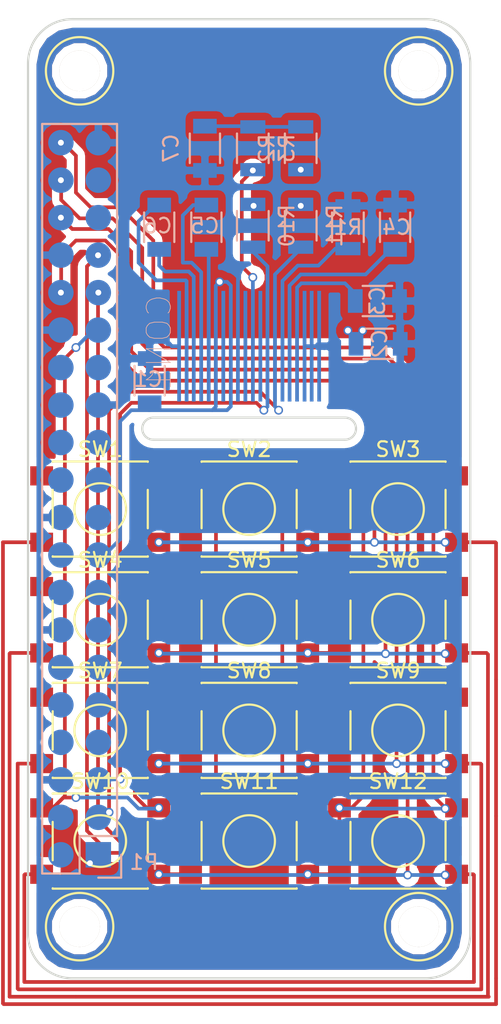
<source format=kicad_pcb>
(kicad_pcb (version 4) (host pcbnew 4.0.4+e1-6308~48~ubuntu16.04.1-stable)

  (general
    (links 88)
    (no_connects 1)
    (area 122.424999 79.424999 152.575001 144.575001)
    (thickness 1.6)
    (drawings 16)
    (tracks 426)
    (zones 0)
    (modules 30)
    (nets 45)
  )

  (page A4)
  (layers
    (0 F.Cu signal)
    (31 B.Cu signal)
    (32 B.Adhes user)
    (33 F.Adhes user hide)
    (34 B.Paste user)
    (35 F.Paste user hide)
    (36 B.SilkS user hide)
    (37 F.SilkS user hide)
    (38 B.Mask user)
    (39 F.Mask user hide)
    (40 Dwgs.User user hide)
    (41 Cmts.User user)
    (42 Eco1.User user)
    (43 Eco2.User user)
    (44 Edge.Cuts user)
    (45 Margin user)
    (46 B.CrtYd user)
    (47 F.CrtYd user hide)
    (48 B.Fab user hide)
    (49 F.Fab user hide)
  )

  (setup
    (last_trace_width 0.25)
    (trace_clearance 0.2)
    (zone_clearance 0.5)
    (zone_45_only no)
    (trace_min 0.2)
    (segment_width 0.2)
    (edge_width 0.15)
    (via_size 0.6)
    (via_drill 0.4)
    (via_min_size 0.4)
    (via_min_drill 0.3)
    (uvia_size 0.3)
    (uvia_drill 0.1)
    (uvias_allowed no)
    (uvia_min_size 0.2)
    (uvia_min_drill 0.1)
    (pcb_text_width 0.3)
    (pcb_text_size 1.5 1.5)
    (mod_edge_width 0.15)
    (mod_text_size 1 1)
    (mod_text_width 0.15)
    (pad_size 1.7272 1.7272)
    (pad_drill 0)
    (pad_to_mask_clearance 0.2)
    (aux_axis_origin 0 0)
    (visible_elements FFFFFF1F)
    (pcbplotparams
      (layerselection 0x00030_80000001)
      (usegerberextensions false)
      (excludeedgelayer true)
      (linewidth 0.100000)
      (plotframeref false)
      (viasonmask false)
      (mode 1)
      (useauxorigin false)
      (hpglpennumber 1)
      (hpglpenspeed 20)
      (hpglpendiameter 15)
      (hpglpenoverlay 2)
      (psnegative false)
      (psa4output false)
      (plotreference true)
      (plotvalue true)
      (plotinvisibletext false)
      (padsonsilk false)
      (subtractmaskfromsilk false)
      (outputformat 1)
      (mirror false)
      (drillshape 1)
      (scaleselection 1)
      (outputdirectory ""))
  )

  (net 0 "")
  (net 1 GND)
  (net 2 +3V3)
  (net 3 "Net-(P1-Pad2)")
  (net 4 "Net-(P1-Pad4)")
  (net 5 OLED_SCL)
  (net 6 ESP_CHPD)
  (net 7 UART_TX)
  (net 8 UART_RX)
  (net 9 SHUTDOWN)
  (net 10 "Net-(P1-Pad12)")
  (net 11 SD_D3)
  (net 12 ESP_CLK)
  (net 13 SD_CMD)
  (net 14 SD_D0)
  (net 15 "Net-(P1-Pad19)")
  (net 16 "Net-(P1-Pad21)")
  (net 17 SD_D1)
  (net 18 "Net-(P1-Pad23)")
  (net 19 "Net-(P1-Pad24)")
  (net 20 "Net-(P1-Pad26)")
  (net 21 "Net-(P1-Pad27)")
  (net 22 "Net-(P1-Pad28)")
  (net 23 COL_1)
  (net 24 COL_2)
  (net 25 ROW_1)
  (net 26 COL_3)
  (net 27 "Net-(P1-Pad35)")
  (net 28 ROW_2)
  (net 29 SD_D2)
  (net 30 ROW_3)
  (net 31 ROW_4)
  (net 32 "Net-(C3-Pad1)")
  (net 33 OLED_SDA)
  (net 34 "Net-(C4-Pad1)")
  (net 35 "Net-(C5-Pad1)")
  (net 36 "Net-(C5-Pad2)")
  (net 37 "Net-(C6-Pad1)")
  (net 38 "Net-(C6-Pad2)")
  (net 39 "Net-(CON1-Pad7)")
  (net 40 "Net-(CON1-Pad15)")
  (net 41 "Net-(C7-Pad1)")
  (net 42 /OLED_CS)
  (net 43 /OLED_RES)
  (net 44 /OLED_DC)

  (net_class Default "This is the default net class."
    (clearance 0.2)
    (trace_width 0.25)
    (via_dia 0.6)
    (via_drill 0.4)
    (uvia_dia 0.3)
    (uvia_drill 0.1)
    (add_net +3V3)
    (add_net /OLED_CS)
    (add_net /OLED_DC)
    (add_net /OLED_RES)
    (add_net COL_1)
    (add_net COL_2)
    (add_net COL_3)
    (add_net ESP_CHPD)
    (add_net ESP_CLK)
    (add_net GND)
    (add_net "Net-(C3-Pad1)")
    (add_net "Net-(C4-Pad1)")
    (add_net "Net-(C5-Pad1)")
    (add_net "Net-(C5-Pad2)")
    (add_net "Net-(C6-Pad1)")
    (add_net "Net-(C6-Pad2)")
    (add_net "Net-(C7-Pad1)")
    (add_net "Net-(CON1-Pad15)")
    (add_net "Net-(CON1-Pad7)")
    (add_net "Net-(P1-Pad12)")
    (add_net "Net-(P1-Pad19)")
    (add_net "Net-(P1-Pad2)")
    (add_net "Net-(P1-Pad21)")
    (add_net "Net-(P1-Pad23)")
    (add_net "Net-(P1-Pad24)")
    (add_net "Net-(P1-Pad26)")
    (add_net "Net-(P1-Pad27)")
    (add_net "Net-(P1-Pad28)")
    (add_net "Net-(P1-Pad35)")
    (add_net "Net-(P1-Pad4)")
    (add_net OLED_SCL)
    (add_net OLED_SDA)
    (add_net ROW_1)
    (add_net ROW_2)
    (add_net ROW_3)
    (add_net ROW_4)
    (add_net SD_CMD)
    (add_net SD_D0)
    (add_net SD_D1)
    (add_net SD_D2)
    (add_net SD_D3)
    (add_net SHUTDOWN)
    (add_net UART_RX)
    (add_net UART_TX)
  )

  (net_class Power ""
    (clearance 0.2)
    (trace_width 0.45)
    (via_dia 0.6)
    (via_drill 0.4)
    (uvia_dia 0.3)
    (uvia_drill 0.1)
  )

  (module Buttons_Switches_SMD:SW_SPST_PTS645 (layer F.Cu) (tedit 56E05A10) (tstamp 576AA989)
    (at 147.6 112.7)
    (descr "C&K Components SPST SMD PTS645 Series 6mm Tact Switch")
    (tags "SPST Button Switch")
    (path /572BCC13)
    (attr smd)
    (fp_text reference SW3 (at 0 -4.05) (layer F.SilkS)
      (effects (font (size 1 1) (thickness 0.15)))
    )
    (fp_text value 3 (at 0 4.15) (layer F.Fab)
      (effects (font (size 1 1) (thickness 0.15)))
    )
    (fp_circle (center 0 0) (end 1.75 -0.05) (layer F.SilkS) (width 0.15))
    (fp_line (start 5.05 3.4) (end 5.05 -3.4) (layer F.CrtYd) (width 0.05))
    (fp_line (start -5.05 -3.4) (end -5.05 3.4) (layer F.CrtYd) (width 0.05))
    (fp_line (start -5.05 3.4) (end 5.05 3.4) (layer F.CrtYd) (width 0.05))
    (fp_line (start -5.05 -3.4) (end 5.05 -3.4) (layer F.CrtYd) (width 0.05))
    (fp_line (start 3.225 -3.225) (end 3.225 -3.2) (layer F.SilkS) (width 0.15))
    (fp_line (start 3.225 3.225) (end 3.225 3.2) (layer F.SilkS) (width 0.15))
    (fp_line (start -3.225 3.225) (end -3.225 3.2) (layer F.SilkS) (width 0.15))
    (fp_line (start -3.225 -3.2) (end -3.225 -3.225) (layer F.SilkS) (width 0.15))
    (fp_line (start 3.225 -1.3) (end 3.225 1.3) (layer F.SilkS) (width 0.15))
    (fp_line (start -3.225 -3.225) (end 3.225 -3.225) (layer F.SilkS) (width 0.15))
    (fp_line (start -3.225 -1.3) (end -3.225 1.3) (layer F.SilkS) (width 0.15))
    (fp_line (start -3.225 3.225) (end 3.225 3.225) (layer F.SilkS) (width 0.15))
    (pad 2 smd rect (at -3.975 2.25) (size 1.55 1.3) (layers F.Cu F.Paste F.Mask)
      (net 25 ROW_1))
    (pad 1 smd rect (at -3.975 -2.25) (size 1.55 1.3) (layers F.Cu F.Paste F.Mask)
      (net 26 COL_3))
    (pad 1 smd rect (at 3.975 -2.25) (size 1.55 1.3) (layers F.Cu F.Paste F.Mask)
      (net 26 COL_3))
    (pad 2 smd rect (at 3.975 2.25) (size 1.55 1.3) (layers F.Cu F.Paste F.Mask)
      (net 25 ROW_1))
    (model Buttons_Switches_SMD.3dshapes/SW_SPST_PTS645.wrl
      (at (xyz 0 0 0))
      (scale (xyz 1 1 1))
      (rotate (xyz 0 0 0))
    )
  )

  (module Connect:1pin (layer F.Cu) (tedit 576A5A2B) (tstamp 576A5535)
    (at 126 83)
    (descr "module 1 pin (ou trou mecanique de percage)")
    (tags DEV)
    (fp_text reference REF** (at 0 -3.048) (layer F.SilkS) hide
      (effects (font (size 1 1) (thickness 0.15)))
    )
    (fp_text value 1pin (at 0 2.794) (layer F.Fab) hide
      (effects (font (size 1 1) (thickness 0.15)))
    )
    (fp_circle (center 0 0) (end 0 -2.286) (layer F.SilkS) (width 0.15))
    (pad 1 thru_hole circle (at 0 0) (size 2.75 2.75) (drill 2.75) (layers *.Cu *.Mask F.SilkS))
  )

  (module Connect:1pin (layer F.Cu) (tedit 576A5A3A) (tstamp 576A559C)
    (at 149 141)
    (descr "module 1 pin (ou trou mecanique de percage)")
    (tags DEV)
    (fp_text reference REF** (at 0 -3.048) (layer F.SilkS) hide
      (effects (font (size 1 1) (thickness 0.15)))
    )
    (fp_text value 1pin (at 0 2.794) (layer F.Fab) hide
      (effects (font (size 1 1) (thickness 0.15)))
    )
    (fp_circle (center 0 0) (end 0 -2.286) (layer F.SilkS) (width 0.15))
    (pad 1 thru_hole circle (at 0 0) (size 2.75 2.75) (drill 2.75) (layers *.Cu *.Mask F.SilkS))
  )

  (module Connect:1pin (layer F.Cu) (tedit 576A5A40) (tstamp 576A5565)
    (at 126 141)
    (descr "module 1 pin (ou trou mecanique de percage)")
    (tags DEV)
    (fp_text reference REF** (at 0 -3.048) (layer F.SilkS) hide
      (effects (font (size 1 1) (thickness 0.15)))
    )
    (fp_text value 1pin (at 0 2.794) (layer F.Fab) hide
      (effects (font (size 1 1) (thickness 0.15)))
    )
    (fp_circle (center 0 0) (end 0 -2.286) (layer F.SilkS) (width 0.15))
    (pad 1 thru_hole circle (at 0 0) (size 2.75 2.75) (drill 2.75) (layers *.Cu *.Mask F.SilkS))
  )

  (module hardpass:Pin_Header_Mirrored-NoHoles_2x20 (layer B.Cu) (tedit 57B4C41D) (tstamp 5728B380)
    (at 124.87 136.13)
    (descr "Through hole pin header")
    (tags "pin header")
    (path /57211855)
    (fp_text reference P1 (at 5.5 0.5) (layer B.SilkS)
      (effects (font (size 1 1) (thickness 0.15)) (justify mirror))
    )
    (fp_text value Pi_Zero (at 0 3.1) (layer B.Fab)
      (effects (font (size 1 1) (thickness 0.15)) (justify mirror))
    )
    (fp_line (start 4.15 1.75) (end 4.15 -50.05) (layer B.CrtYd) (width 0.05))
    (fp_line (start -1.9 1.75) (end -1.9 -50.05) (layer B.CrtYd) (width 0.05))
    (fp_line (start 4.15 1.75) (end -1.9 1.75) (layer B.CrtYd) (width 0.05))
    (fp_line (start 4.15 -50.05) (end -1.9 -50.05) (layer B.CrtYd) (width 0.05))
    (fp_line (start -1.41 -49.53) (end -1.41 1.27) (layer B.SilkS) (width 0.15))
    (fp_line (start 3.67 -1.27) (end 3.67 -49.53) (layer B.SilkS) (width 0.15))
    (fp_line (start -1.41 -49.53) (end 3.67 -49.53) (layer B.SilkS) (width 0.15))
    (fp_line (start -1.41 1.27) (end 1.13 1.27) (layer B.SilkS) (width 0.15))
    (fp_line (start 2.4 1.55) (end 3.95 1.55) (layer B.SilkS) (width 0.15))
    (fp_line (start 1.13 1.27) (end 1.13 -1.27) (layer B.SilkS) (width 0.15))
    (fp_line (start 1.13 -1.27) (end 3.67 -1.27) (layer B.SilkS) (width 0.15))
    (fp_line (start 3.95 1.55) (end 3.95 0) (layer B.SilkS) (width 0.15))
    (pad 1 smd rect (at 2.4 0 180) (size 1.7272 1.7272) (layers B.Cu B.Paste B.Mask)
      (net 2 +3V3))
    (pad 2 smd oval (at -0.14 0 180) (size 1.7272 1.7272) (layers B.Cu B.Paste B.Mask)
      (net 3 "Net-(P1-Pad2)"))
    (pad 3 smd oval (at 2.4 -2.54 180) (size 1.7272 1.7272) (layers B.Cu B.Paste B.Mask)
      (net 33 OLED_SDA))
    (pad 4 smd oval (at -0.14 -2.54 180) (size 1.7272 1.7272) (layers B.Cu B.Paste B.Mask)
      (net 4 "Net-(P1-Pad4)"))
    (pad 5 smd oval (at 2.4 -5.08 180) (size 1.7272 1.7272) (layers B.Cu B.Paste B.Mask)
      (net 5 OLED_SCL))
    (pad 6 smd oval (at -0.14 -5.08 180) (size 1.7272 1.7272) (layers B.Cu B.Paste B.Mask)
      (net 1 GND))
    (pad 7 smd oval (at 2.4 -7.62 180) (size 1.7272 1.7272) (layers B.Cu B.Paste B.Mask)
      (net 6 ESP_CHPD))
    (pad 8 smd oval (at -0.14 -7.62 180) (size 1.7272 1.7272) (layers B.Cu B.Paste B.Mask)
      (net 7 UART_TX))
    (pad 9 smd oval (at 2.4 -10.16 180) (size 1.7272 1.7272) (layers B.Cu B.Paste B.Mask)
      (net 1 GND))
    (pad 10 smd oval (at -0.14 -10.16 180) (size 1.7272 1.7272) (layers B.Cu B.Paste B.Mask)
      (net 8 UART_RX))
    (pad 11 smd oval (at 2.4 -12.7 180) (size 1.7272 1.7272) (layers B.Cu B.Paste B.Mask)
      (net 9 SHUTDOWN))
    (pad 12 smd oval (at -0.14 -12.7 180) (size 1.7272 1.7272) (layers B.Cu B.Paste B.Mask)
      (net 10 "Net-(P1-Pad12)"))
    (pad 13 smd oval (at 2.4 -15.24 180) (size 1.7272 1.7272) (layers B.Cu B.Paste B.Mask)
      (net 11 SD_D3))
    (pad 14 smd oval (at -0.14 -15.24 180) (size 1.7272 1.7272) (layers B.Cu B.Paste B.Mask)
      (net 1 GND))
    (pad 15 smd oval (at 2.4 -17.78 180) (size 1.7272 1.7272) (layers B.Cu B.Paste B.Mask)
      (net 12 ESP_CLK))
    (pad 16 smd oval (at -0.14 -17.78 180) (size 1.7272 1.7272) (layers B.Cu B.Paste B.Mask)
      (net 13 SD_CMD))
    (pad 17 smd oval (at 2.4 -20.32 180) (size 1.7272 1.7272) (layers B.Cu B.Paste B.Mask)
      (net 2 +3V3))
    (pad 18 smd oval (at -0.14 -20.32 180) (size 1.7272 1.7272) (layers B.Cu B.Paste B.Mask)
      (net 14 SD_D0))
    (pad 19 smd oval (at 2.4 -22.86 180) (size 1.7272 1.7272) (layers B.Cu B.Paste B.Mask)
      (net 15 "Net-(P1-Pad19)"))
    (pad 20 smd oval (at -0.14 -22.86 180) (size 1.7272 1.7272) (layers B.Cu B.Paste B.Mask)
      (net 1 GND))
    (pad 21 smd oval (at 2.4 -25.4 180) (size 1.7272 1.7272) (layers B.Cu B.Paste B.Mask)
      (net 16 "Net-(P1-Pad21)"))
    (pad 22 smd oval (at -0.14 -25.4 180) (size 1.7272 1.7272) (layers B.Cu B.Paste B.Mask)
      (net 17 SD_D1))
    (pad 23 smd oval (at 2.4 -27.94 180) (size 1.7272 1.7272) (layers B.Cu B.Paste B.Mask)
      (net 18 "Net-(P1-Pad23)"))
    (pad 24 smd oval (at -0.14 -27.94 180) (size 1.7272 1.7272) (layers B.Cu B.Paste B.Mask)
      (net 19 "Net-(P1-Pad24)"))
    (pad 25 smd oval (at 2.4 -30.48 180) (size 1.7272 1.7272) (layers B.Cu B.Paste B.Mask)
      (net 1 GND))
    (pad 26 smd oval (at -0.14 -30.48 180) (size 1.7272 1.7272) (layers B.Cu B.Paste B.Mask)
      (net 20 "Net-(P1-Pad26)"))
    (pad 27 smd oval (at 2.4 -33.02 180) (size 1.7272 1.7272) (layers B.Cu B.Paste B.Mask)
      (net 21 "Net-(P1-Pad27)"))
    (pad 28 smd oval (at -0.14 -33.02 180) (size 1.7272 1.7272) (layers B.Cu B.Paste B.Mask)
      (net 22 "Net-(P1-Pad28)"))
    (pad 29 smd oval (at 2.4 -35.56 180) (size 1.7272 1.7272) (layers B.Cu B.Paste B.Mask)
      (net 23 COL_1))
    (pad 30 smd oval (at -0.14 -35.56 180) (size 1.7272 1.7272) (layers B.Cu B.Paste B.Mask)
      (net 1 GND))
    (pad 31 smd oval (at 2.4 -38.1 180) (size 1.7272 1.7272) (layers B.Cu B.Paste B.Mask)
      (net 24 COL_2))
    (pad 32 smd oval (at -0.14 -38.1 180) (size 1.7272 1.7272) (layers B.Cu B.Paste B.Mask)
      (net 25 ROW_1))
    (pad 33 smd oval (at 2.4 -40.64 180) (size 1.7272 1.7272) (layers B.Cu B.Paste B.Mask)
      (net 26 COL_3))
    (pad 34 smd oval (at -0.14 -40.64 180) (size 1.7272 1.7272) (layers B.Cu B.Paste B.Mask)
      (net 1 GND))
    (pad 35 smd oval (at 2.4 -43.18 180) (size 1.7272 1.7272) (layers B.Cu B.Paste B.Mask)
      (net 27 "Net-(P1-Pad35)"))
    (pad 36 smd oval (at -0.14 -43.18 180) (size 1.7272 1.7272) (layers B.Cu B.Paste B.Mask)
      (net 28 ROW_2))
    (pad 37 smd oval (at 2.4 -45.72 180) (size 1.7272 1.7272) (layers B.Cu B.Paste B.Mask)
      (net 29 SD_D2))
    (pad 38 smd oval (at -0.14 -45.72 180) (size 1.7272 1.7272) (layers B.Cu B.Paste B.Mask)
      (net 30 ROW_3))
    (pad 39 smd oval (at 2.4 -48.26 180) (size 1.7272 1.7272) (layers B.Cu B.Paste B.Mask)
      (net 1 GND))
    (pad 40 smd oval (at -0.14 -48.26 180) (size 1.7272 1.7272) (layers B.Cu B.Paste B.Mask)
      (net 31 ROW_4))
  )

  (module Connect:1pin (layer F.Cu) (tedit 576A5A33) (tstamp 576A5479)
    (at 149 83)
    (descr "module 1 pin (ou trou mecanique de percage)")
    (tags DEV)
    (fp_text reference REF** (at 0 -3.048) (layer F.SilkS) hide
      (effects (font (size 1 1) (thickness 0.15)))
    )
    (fp_text value 1pin (at 0 2.794) (layer F.Fab) hide
      (effects (font (size 1 1) (thickness 0.15)))
    )
    (fp_circle (center 0 0) (end 0 -2.286) (layer F.SilkS) (width 0.15))
    (pad 1 thru_hole circle (at 0 0) (size 2.75 2.75) (drill 2.75) (layers *.Cu *.Mask F.SilkS))
  )

  (module Capacitors_SMD:C_1206 (layer B.Cu) (tedit 576AAF6A) (tstamp 576AA3D6)
    (at 130.75 104 270)
    (descr "Capacitor SMD 1206, reflow soldering, AVX (see smccp.pdf)")
    (tags "capacitor 1206")
    (path /576ABC45)
    (attr smd)
    (fp_text reference C1 (at -0.1 0.1 360) (layer B.SilkS)
      (effects (font (size 1 1) (thickness 0.15)) (justify mirror))
    )
    (fp_text value 1µF (at 0 -2.3 270) (layer B.Fab)
      (effects (font (size 1 1) (thickness 0.15)) (justify mirror))
    )
    (fp_line (start -2.3 1.15) (end 2.3 1.15) (layer B.CrtYd) (width 0.05))
    (fp_line (start -2.3 -1.15) (end 2.3 -1.15) (layer B.CrtYd) (width 0.05))
    (fp_line (start -2.3 1.15) (end -2.3 -1.15) (layer B.CrtYd) (width 0.05))
    (fp_line (start 2.3 1.15) (end 2.3 -1.15) (layer B.CrtYd) (width 0.05))
    (fp_line (start 1 1.025) (end -1 1.025) (layer B.SilkS) (width 0.15))
    (fp_line (start -1 -1.025) (end 1 -1.025) (layer B.SilkS) (width 0.15))
    (pad 1 smd rect (at -1.5 0 270) (size 1 1.6) (layers B.Cu B.Paste B.Mask)
      (net 1 GND))
    (pad 2 smd rect (at 1.5 0 270) (size 1 1.6) (layers B.Cu B.Paste B.Mask)
      (net 2 +3V3))
    (model Capacitors_SMD.3dshapes/C_1206.wrl
      (at (xyz 0 0 0))
      (scale (xyz 1 1 1))
      (rotate (xyz 0 0 0))
    )
  )

  (module Capacitors_SMD:C_1206 (layer B.Cu) (tedit 576AAF66) (tstamp 576AA3E2)
    (at 146.25 101.5 180)
    (descr "Capacitor SMD 1206, reflow soldering, AVX (see smccp.pdf)")
    (tags "capacitor 1206")
    (path /576ABF65)
    (attr smd)
    (fp_text reference C2 (at -0.1 0 270) (layer B.SilkS)
      (effects (font (size 1 1) (thickness 0.15)) (justify mirror))
    )
    (fp_text value 1µF (at 0 -2.3 180) (layer B.Fab)
      (effects (font (size 1 1) (thickness 0.15)) (justify mirror))
    )
    (fp_line (start -2.3 1.15) (end 2.3 1.15) (layer B.CrtYd) (width 0.05))
    (fp_line (start -2.3 -1.15) (end 2.3 -1.15) (layer B.CrtYd) (width 0.05))
    (fp_line (start -2.3 1.15) (end -2.3 -1.15) (layer B.CrtYd) (width 0.05))
    (fp_line (start 2.3 1.15) (end 2.3 -1.15) (layer B.CrtYd) (width 0.05))
    (fp_line (start 1 1.025) (end -1 1.025) (layer B.SilkS) (width 0.15))
    (fp_line (start -1 -1.025) (end 1 -1.025) (layer B.SilkS) (width 0.15))
    (pad 1 smd rect (at -1.5 0 180) (size 1 1.6) (layers B.Cu B.Paste B.Mask)
      (net 1 GND))
    (pad 2 smd rect (at 1.5 0 180) (size 1 1.6) (layers B.Cu B.Paste B.Mask)
      (net 2 +3V3))
    (model Capacitors_SMD.3dshapes/C_1206.wrl
      (at (xyz 0 0 0))
      (scale (xyz 1 1 1))
      (rotate (xyz 0 0 0))
    )
  )

  (module Capacitors_SMD:C_1206 (layer B.Cu) (tedit 576AAF85) (tstamp 576AA3EE)
    (at 146.2 98.6)
    (descr "Capacitor SMD 1206, reflow soldering, AVX (see smccp.pdf)")
    (tags "capacitor 1206")
    (path /576AC79A)
    (attr smd)
    (fp_text reference C3 (at 0 0 90) (layer B.SilkS)
      (effects (font (size 1 1) (thickness 0.15)) (justify mirror))
    )
    (fp_text value 2.2µF (at 0 -2.3) (layer B.Fab)
      (effects (font (size 1 1) (thickness 0.15)) (justify mirror))
    )
    (fp_line (start -2.3 1.15) (end 2.3 1.15) (layer B.CrtYd) (width 0.05))
    (fp_line (start -2.3 -1.15) (end 2.3 -1.15) (layer B.CrtYd) (width 0.05))
    (fp_line (start -2.3 1.15) (end -2.3 -1.15) (layer B.CrtYd) (width 0.05))
    (fp_line (start 2.3 1.15) (end 2.3 -1.15) (layer B.CrtYd) (width 0.05))
    (fp_line (start 1 1.025) (end -1 1.025) (layer B.SilkS) (width 0.15))
    (fp_line (start -1 -1.025) (end 1 -1.025) (layer B.SilkS) (width 0.15))
    (pad 1 smd rect (at -1.5 0) (size 1 1.6) (layers B.Cu B.Paste B.Mask)
      (net 32 "Net-(C3-Pad1)"))
    (pad 2 smd rect (at 1.5 0) (size 1 1.6) (layers B.Cu B.Paste B.Mask)
      (net 1 GND))
    (model Capacitors_SMD.3dshapes/C_1206.wrl
      (at (xyz 0 0 0))
      (scale (xyz 1 1 1))
      (rotate (xyz 0 0 0))
    )
  )

  (module Capacitors_SMD:C_1206 (layer B.Cu) (tedit 576AAF80) (tstamp 576AA3FA)
    (at 147.4 93.6 90)
    (descr "Capacitor SMD 1206, reflow soldering, AVX (see smccp.pdf)")
    (tags "capacitor 1206")
    (path /576ACF95)
    (attr smd)
    (fp_text reference C4 (at 0 0.1 180) (layer B.SilkS)
      (effects (font (size 1 1) (thickness 0.15)) (justify mirror))
    )
    (fp_text value 4.7µF (at 0 -2.3 90) (layer B.Fab)
      (effects (font (size 1 1) (thickness 0.15)) (justify mirror))
    )
    (fp_line (start -2.3 1.15) (end 2.3 1.15) (layer B.CrtYd) (width 0.05))
    (fp_line (start -2.3 -1.15) (end 2.3 -1.15) (layer B.CrtYd) (width 0.05))
    (fp_line (start -2.3 1.15) (end -2.3 -1.15) (layer B.CrtYd) (width 0.05))
    (fp_line (start 2.3 1.15) (end 2.3 -1.15) (layer B.CrtYd) (width 0.05))
    (fp_line (start 1 1.025) (end -1 1.025) (layer B.SilkS) (width 0.15))
    (fp_line (start -1 -1.025) (end 1 -1.025) (layer B.SilkS) (width 0.15))
    (pad 1 smd rect (at -1.5 0 90) (size 1 1.6) (layers B.Cu B.Paste B.Mask)
      (net 34 "Net-(C4-Pad1)"))
    (pad 2 smd rect (at 1.5 0 90) (size 1 1.6) (layers B.Cu B.Paste B.Mask)
      (net 1 GND))
    (model Capacitors_SMD.3dshapes/C_1206.wrl
      (at (xyz 0 0 0))
      (scale (xyz 1 1 1))
      (rotate (xyz 0 0 0))
    )
  )

  (module Capacitors_SMD:C_1206 (layer B.Cu) (tedit 576AAF5C) (tstamp 576AA406)
    (at 134.6 93.6 270)
    (descr "Capacitor SMD 1206, reflow soldering, AVX (see smccp.pdf)")
    (tags "capacitor 1206")
    (path /576AB9B6)
    (attr smd)
    (fp_text reference C5 (at -0.1 0.1 360) (layer B.SilkS)
      (effects (font (size 1 1) (thickness 0.15)) (justify mirror))
    )
    (fp_text value 1µF (at 0 -2.3 270) (layer B.Fab)
      (effects (font (size 1 1) (thickness 0.15)) (justify mirror))
    )
    (fp_line (start -2.3 1.15) (end 2.3 1.15) (layer B.CrtYd) (width 0.05))
    (fp_line (start -2.3 -1.15) (end 2.3 -1.15) (layer B.CrtYd) (width 0.05))
    (fp_line (start -2.3 1.15) (end -2.3 -1.15) (layer B.CrtYd) (width 0.05))
    (fp_line (start 2.3 1.15) (end 2.3 -1.15) (layer B.CrtYd) (width 0.05))
    (fp_line (start 1 1.025) (end -1 1.025) (layer B.SilkS) (width 0.15))
    (fp_line (start -1 -1.025) (end 1 -1.025) (layer B.SilkS) (width 0.15))
    (pad 1 smd rect (at -1.5 0 270) (size 1 1.6) (layers B.Cu B.Paste B.Mask)
      (net 35 "Net-(C5-Pad1)"))
    (pad 2 smd rect (at 1.5 0 270) (size 1 1.6) (layers B.Cu B.Paste B.Mask)
      (net 36 "Net-(C5-Pad2)"))
    (model Capacitors_SMD.3dshapes/C_1206.wrl
      (at (xyz 0 0 0))
      (scale (xyz 1 1 1))
      (rotate (xyz 0 0 0))
    )
  )

  (module Capacitors_SMD:C_1206 (layer B.Cu) (tedit 576AAF60) (tstamp 576AA412)
    (at 131.4 93.6 270)
    (descr "Capacitor SMD 1206, reflow soldering, AVX (see smccp.pdf)")
    (tags "capacitor 1206")
    (path /576AB858)
    (attr smd)
    (fp_text reference C6 (at -0.1 0.1 360) (layer B.SilkS)
      (effects (font (size 1 1) (thickness 0.15)) (justify mirror))
    )
    (fp_text value 1µF (at 0 -2.3 270) (layer B.Fab)
      (effects (font (size 1 1) (thickness 0.15)) (justify mirror))
    )
    (fp_line (start -2.3 1.15) (end 2.3 1.15) (layer B.CrtYd) (width 0.05))
    (fp_line (start -2.3 -1.15) (end 2.3 -1.15) (layer B.CrtYd) (width 0.05))
    (fp_line (start -2.3 1.15) (end -2.3 -1.15) (layer B.CrtYd) (width 0.05))
    (fp_line (start 2.3 1.15) (end 2.3 -1.15) (layer B.CrtYd) (width 0.05))
    (fp_line (start 1 1.025) (end -1 1.025) (layer B.SilkS) (width 0.15))
    (fp_line (start -1 -1.025) (end 1 -1.025) (layer B.SilkS) (width 0.15))
    (pad 1 smd rect (at -1.5 0 270) (size 1 1.6) (layers B.Cu B.Paste B.Mask)
      (net 37 "Net-(C6-Pad1)"))
    (pad 2 smd rect (at 1.5 0 270) (size 1 1.6) (layers B.Cu B.Paste B.Mask)
      (net 38 "Net-(C6-Pad2)"))
    (model Capacitors_SMD.3dshapes/C_1206.wrl
      (at (xyz 0 0 0))
      (scale (xyz 1 1 1))
      (rotate (xyz 0 0 0))
    )
  )

  (module hardpass:Solderpads_OLED20Pin_.5mmPitch (layer B.Cu) (tedit 576AAF9E) (tstamp 576AA42A)
    (at 137.5 104.1 180)
    (path /576AB656)
    (solder_mask_margin 0.1)
    (attr smd)
    (fp_text reference CON1 (at 6.1 2.7 270) (layer B.SilkS)
      (effects (font (size 1.64 1.64) (thickness 0.05)) (justify mirror))
    )
    (fp_text value ER-OLED-FPC20 (at 0 -2.9 180) (layer B.SilkS) hide
      (effects (font (size 1.64 1.64) (thickness 0.05)) (justify mirror))
    )
    (pad 1 smd rect (at 4.7498 2.4384 270) (size 7.5 0.254) (layers B.Cu B.Paste B.Mask)
      (net 1 GND) (solder_mask_margin 0.2))
    (pad 2 smd rect (at 4.2418 2.4384 270) (size 7.5 0.254) (layers B.Cu B.Paste B.Mask)
      (net 37 "Net-(C6-Pad1)") (solder_mask_margin 0.2))
    (pad 3 smd rect (at 3.7592 2.4384 270) (size 7.5 0.254) (layers B.Cu B.Paste B.Mask)
      (net 38 "Net-(C6-Pad2)") (solder_mask_margin 0.2))
    (pad 4 smd rect (at 3.2512 2.4384 270) (size 7.5 0.254) (layers B.Cu B.Paste B.Mask)
      (net 35 "Net-(C5-Pad1)") (solder_mask_margin 0.2))
    (pad 5 smd rect (at 2.7432 2.4384 270) (size 7.5 0.254) (layers B.Cu B.Paste B.Mask)
      (net 36 "Net-(C5-Pad2)") (solder_mask_margin 0.2))
    (pad 6 smd rect (at 2.2606 2.4384 270) (size 7.5 0.254) (layers B.Cu B.Paste B.Mask)
      (net 2 +3V3) (solder_mask_margin 0.2))
    (pad 7 smd rect (at 1.7526 2.4384 270) (size 7.5 0.254) (layers B.Cu B.Paste B.Mask)
      (net 39 "Net-(CON1-Pad7)") (solder_mask_margin 0.2))
    (pad 8 smd rect (at 1.2446 2.4384 270) (size 7.5 0.254) (layers B.Cu B.Paste B.Mask)
      (net 2 +3V3) (solder_mask_margin 0.2))
    (pad 9 smd rect (at 0.762 2.4384 270) (size 7.5 0.254) (layers B.Cu B.Paste B.Mask)
      (net 1 GND) (solder_mask_margin 0.2))
    (pad 10 smd rect (at 0.254 2.4384 270) (size 7.5 0.254) (layers B.Cu B.Paste B.Mask)
      (net 42 /OLED_CS) (solder_mask_margin 0.2))
    (pad 11 smd rect (at -0.254 2.4384 270) (size 7.5 0.254) (layers B.Cu B.Paste B.Mask)
      (net 43 /OLED_RES) (solder_mask_margin 0.2))
    (pad 12 smd rect (at -0.762 2.4384 270) (size 7.5 0.254) (layers B.Cu B.Paste B.Mask)
      (net 44 /OLED_DC) (solder_mask_margin 0.2))
    (pad 13 smd rect (at -1.2446 2.4384 270) (size 7.5 0.254) (layers B.Cu B.Paste B.Mask)
      (net 5 OLED_SCL) (solder_mask_margin 0.2))
    (pad 14 smd rect (at -1.7526 2.4384 270) (size 7.5 0.254) (layers B.Cu B.Paste B.Mask)
      (net 33 OLED_SDA) (solder_mask_margin 0.2))
    (pad 15 smd rect (at -2.2606 2.4384 270) (size 7.5 0.254) (layers B.Cu B.Paste B.Mask)
      (net 40 "Net-(CON1-Pad15)") (solder_mask_margin 0.2))
    (pad 16 smd rect (at -2.7432 2.4384 270) (size 7.5 0.254) (layers B.Cu B.Paste B.Mask)
      (net 34 "Net-(C4-Pad1)") (solder_mask_margin 0.2))
    (pad 17 smd rect (at -3.2512 2.4384 270) (size 7.5 0.254) (layers B.Cu B.Paste B.Mask)
      (net 32 "Net-(C3-Pad1)") (solder_mask_margin 0.2))
    (pad 18 smd rect (at -3.7592 2.4384 270) (size 7.5 0.254) (layers B.Cu B.Paste B.Mask)
      (net 1 GND) (solder_mask_margin 0.2))
    (pad 19 smd rect (at -4.2418 2.4384 270) (size 7.5 0.254) (layers B.Cu B.Paste B.Mask)
      (net 1 GND) (solder_mask_margin 0.2))
    (pad 20 smd rect (at -4.7498 2.4384 270) (size 7.5 0.254) (layers B.Cu B.Paste B.Mask)
      (net 1 GND) (solder_mask_margin 0.2))
  )

  (module Resistors_SMD:R_1206 (layer B.Cu) (tedit 576AAF71) (tstamp 576AA436)
    (at 144.2 93.6 90)
    (descr "Resistor SMD 1206, reflow soldering, Vishay (see dcrcw.pdf)")
    (tags "resistor 1206")
    (path /576AE193)
    (attr smd)
    (fp_text reference R1 (at 0 0 180) (layer B.SilkS)
      (effects (font (size 1 1) (thickness 0.15)) (justify mirror))
    )
    (fp_text value 390k (at 0 -2.3 90) (layer B.Fab)
      (effects (font (size 1 1) (thickness 0.15)) (justify mirror))
    )
    (fp_line (start -2.2 1.2) (end 2.2 1.2) (layer B.CrtYd) (width 0.05))
    (fp_line (start -2.2 -1.2) (end 2.2 -1.2) (layer B.CrtYd) (width 0.05))
    (fp_line (start -2.2 1.2) (end -2.2 -1.2) (layer B.CrtYd) (width 0.05))
    (fp_line (start 2.2 1.2) (end 2.2 -1.2) (layer B.CrtYd) (width 0.05))
    (fp_line (start 1 -1.075) (end -1 -1.075) (layer B.SilkS) (width 0.15))
    (fp_line (start -1 1.075) (end 1 1.075) (layer B.SilkS) (width 0.15))
    (pad 1 smd rect (at -1.45 0 90) (size 0.9 1.7) (layers B.Cu B.Paste B.Mask)
      (net 40 "Net-(CON1-Pad15)"))
    (pad 2 smd rect (at 1.45 0 90) (size 0.9 1.7) (layers B.Cu B.Paste B.Mask)
      (net 1 GND))
    (model Resistors_SMD.3dshapes/R_1206.wrl
      (at (xyz 0 0 0))
      (scale (xyz 1 1 1))
      (rotate (xyz 0 0 0))
    )
  )

  (module Buttons_Switches_SMD:SW_SPST_PTS645 (layer F.Cu) (tedit 56E05A10) (tstamp 576AA95F)
    (at 127.4 112.7)
    (descr "C&K Components SPST SMD PTS645 Series 6mm Tact Switch")
    (tags "SPST Button Switch")
    (path /572BCA0F)
    (attr smd)
    (fp_text reference SW1 (at 0 -4.05) (layer F.SilkS)
      (effects (font (size 1 1) (thickness 0.15)))
    )
    (fp_text value 1 (at 0 4.15) (layer F.Fab)
      (effects (font (size 1 1) (thickness 0.15)))
    )
    (fp_circle (center 0 0) (end 1.75 -0.05) (layer F.SilkS) (width 0.15))
    (fp_line (start 5.05 3.4) (end 5.05 -3.4) (layer F.CrtYd) (width 0.05))
    (fp_line (start -5.05 -3.4) (end -5.05 3.4) (layer F.CrtYd) (width 0.05))
    (fp_line (start -5.05 3.4) (end 5.05 3.4) (layer F.CrtYd) (width 0.05))
    (fp_line (start -5.05 -3.4) (end 5.05 -3.4) (layer F.CrtYd) (width 0.05))
    (fp_line (start 3.225 -3.225) (end 3.225 -3.2) (layer F.SilkS) (width 0.15))
    (fp_line (start 3.225 3.225) (end 3.225 3.2) (layer F.SilkS) (width 0.15))
    (fp_line (start -3.225 3.225) (end -3.225 3.2) (layer F.SilkS) (width 0.15))
    (fp_line (start -3.225 -3.2) (end -3.225 -3.225) (layer F.SilkS) (width 0.15))
    (fp_line (start 3.225 -1.3) (end 3.225 1.3) (layer F.SilkS) (width 0.15))
    (fp_line (start -3.225 -3.225) (end 3.225 -3.225) (layer F.SilkS) (width 0.15))
    (fp_line (start -3.225 -1.3) (end -3.225 1.3) (layer F.SilkS) (width 0.15))
    (fp_line (start -3.225 3.225) (end 3.225 3.225) (layer F.SilkS) (width 0.15))
    (pad 2 smd rect (at -3.975 2.25) (size 1.55 1.3) (layers F.Cu F.Paste F.Mask)
      (net 25 ROW_1))
    (pad 1 smd rect (at -3.975 -2.25) (size 1.55 1.3) (layers F.Cu F.Paste F.Mask)
      (net 23 COL_1))
    (pad 1 smd rect (at 3.975 -2.25) (size 1.55 1.3) (layers F.Cu F.Paste F.Mask)
      (net 23 COL_1))
    (pad 2 smd rect (at 3.975 2.25) (size 1.55 1.3) (layers F.Cu F.Paste F.Mask)
      (net 25 ROW_1))
    (model Buttons_Switches_SMD.3dshapes/SW_SPST_PTS645.wrl
      (at (xyz 0 0 0))
      (scale (xyz 1 1 1))
      (rotate (xyz 0 0 0))
    )
  )

  (module Buttons_Switches_SMD:SW_SPST_PTS645 (layer F.Cu) (tedit 56E05A10) (tstamp 576AA974)
    (at 137.5 112.7)
    (descr "C&K Components SPST SMD PTS645 Series 6mm Tact Switch")
    (tags "SPST Button Switch")
    (path /572BCB0D)
    (attr smd)
    (fp_text reference SW2 (at 0 -4.05) (layer F.SilkS)
      (effects (font (size 1 1) (thickness 0.15)))
    )
    (fp_text value 2 (at 0 4.15) (layer F.Fab)
      (effects (font (size 1 1) (thickness 0.15)))
    )
    (fp_circle (center 0 0) (end 1.75 -0.05) (layer F.SilkS) (width 0.15))
    (fp_line (start 5.05 3.4) (end 5.05 -3.4) (layer F.CrtYd) (width 0.05))
    (fp_line (start -5.05 -3.4) (end -5.05 3.4) (layer F.CrtYd) (width 0.05))
    (fp_line (start -5.05 3.4) (end 5.05 3.4) (layer F.CrtYd) (width 0.05))
    (fp_line (start -5.05 -3.4) (end 5.05 -3.4) (layer F.CrtYd) (width 0.05))
    (fp_line (start 3.225 -3.225) (end 3.225 -3.2) (layer F.SilkS) (width 0.15))
    (fp_line (start 3.225 3.225) (end 3.225 3.2) (layer F.SilkS) (width 0.15))
    (fp_line (start -3.225 3.225) (end -3.225 3.2) (layer F.SilkS) (width 0.15))
    (fp_line (start -3.225 -3.2) (end -3.225 -3.225) (layer F.SilkS) (width 0.15))
    (fp_line (start 3.225 -1.3) (end 3.225 1.3) (layer F.SilkS) (width 0.15))
    (fp_line (start -3.225 -3.225) (end 3.225 -3.225) (layer F.SilkS) (width 0.15))
    (fp_line (start -3.225 -1.3) (end -3.225 1.3) (layer F.SilkS) (width 0.15))
    (fp_line (start -3.225 3.225) (end 3.225 3.225) (layer F.SilkS) (width 0.15))
    (pad 2 smd rect (at -3.975 2.25) (size 1.55 1.3) (layers F.Cu F.Paste F.Mask)
      (net 25 ROW_1))
    (pad 1 smd rect (at -3.975 -2.25) (size 1.55 1.3) (layers F.Cu F.Paste F.Mask)
      (net 24 COL_2))
    (pad 1 smd rect (at 3.975 -2.25) (size 1.55 1.3) (layers F.Cu F.Paste F.Mask)
      (net 24 COL_2))
    (pad 2 smd rect (at 3.975 2.25) (size 1.55 1.3) (layers F.Cu F.Paste F.Mask)
      (net 25 ROW_1))
    (model Buttons_Switches_SMD.3dshapes/SW_SPST_PTS645.wrl
      (at (xyz 0 0 0))
      (scale (xyz 1 1 1))
      (rotate (xyz 0 0 0))
    )
  )

  (module Buttons_Switches_SMD:SW_SPST_PTS645 (layer F.Cu) (tedit 56E05A10) (tstamp 576AA99E)
    (at 127.4 120.2)
    (descr "C&K Components SPST SMD PTS645 Series 6mm Tact Switch")
    (tags "SPST Button Switch")
    (path /572BCDB9)
    (attr smd)
    (fp_text reference SW4 (at 0 -4.05) (layer F.SilkS)
      (effects (font (size 1 1) (thickness 0.15)))
    )
    (fp_text value 4 (at 0 4.15) (layer F.Fab)
      (effects (font (size 1 1) (thickness 0.15)))
    )
    (fp_circle (center 0 0) (end 1.75 -0.05) (layer F.SilkS) (width 0.15))
    (fp_line (start 5.05 3.4) (end 5.05 -3.4) (layer F.CrtYd) (width 0.05))
    (fp_line (start -5.05 -3.4) (end -5.05 3.4) (layer F.CrtYd) (width 0.05))
    (fp_line (start -5.05 3.4) (end 5.05 3.4) (layer F.CrtYd) (width 0.05))
    (fp_line (start -5.05 -3.4) (end 5.05 -3.4) (layer F.CrtYd) (width 0.05))
    (fp_line (start 3.225 -3.225) (end 3.225 -3.2) (layer F.SilkS) (width 0.15))
    (fp_line (start 3.225 3.225) (end 3.225 3.2) (layer F.SilkS) (width 0.15))
    (fp_line (start -3.225 3.225) (end -3.225 3.2) (layer F.SilkS) (width 0.15))
    (fp_line (start -3.225 -3.2) (end -3.225 -3.225) (layer F.SilkS) (width 0.15))
    (fp_line (start 3.225 -1.3) (end 3.225 1.3) (layer F.SilkS) (width 0.15))
    (fp_line (start -3.225 -3.225) (end 3.225 -3.225) (layer F.SilkS) (width 0.15))
    (fp_line (start -3.225 -1.3) (end -3.225 1.3) (layer F.SilkS) (width 0.15))
    (fp_line (start -3.225 3.225) (end 3.225 3.225) (layer F.SilkS) (width 0.15))
    (pad 2 smd rect (at -3.975 2.25) (size 1.55 1.3) (layers F.Cu F.Paste F.Mask)
      (net 28 ROW_2))
    (pad 1 smd rect (at -3.975 -2.25) (size 1.55 1.3) (layers F.Cu F.Paste F.Mask)
      (net 23 COL_1))
    (pad 1 smd rect (at 3.975 -2.25) (size 1.55 1.3) (layers F.Cu F.Paste F.Mask)
      (net 23 COL_1))
    (pad 2 smd rect (at 3.975 2.25) (size 1.55 1.3) (layers F.Cu F.Paste F.Mask)
      (net 28 ROW_2))
    (model Buttons_Switches_SMD.3dshapes/SW_SPST_PTS645.wrl
      (at (xyz 0 0 0))
      (scale (xyz 1 1 1))
      (rotate (xyz 0 0 0))
    )
  )

  (module Buttons_Switches_SMD:SW_SPST_PTS645 (layer F.Cu) (tedit 56E05A10) (tstamp 576AA9B3)
    (at 137.5 120.2)
    (descr "C&K Components SPST SMD PTS645 Series 6mm Tact Switch")
    (tags "SPST Button Switch")
    (path /572BCFBE)
    (attr smd)
    (fp_text reference SW5 (at 0 -4.05) (layer F.SilkS)
      (effects (font (size 1 1) (thickness 0.15)))
    )
    (fp_text value 5 (at 0 4.15) (layer F.Fab)
      (effects (font (size 1 1) (thickness 0.15)))
    )
    (fp_circle (center 0 0) (end 1.75 -0.05) (layer F.SilkS) (width 0.15))
    (fp_line (start 5.05 3.4) (end 5.05 -3.4) (layer F.CrtYd) (width 0.05))
    (fp_line (start -5.05 -3.4) (end -5.05 3.4) (layer F.CrtYd) (width 0.05))
    (fp_line (start -5.05 3.4) (end 5.05 3.4) (layer F.CrtYd) (width 0.05))
    (fp_line (start -5.05 -3.4) (end 5.05 -3.4) (layer F.CrtYd) (width 0.05))
    (fp_line (start 3.225 -3.225) (end 3.225 -3.2) (layer F.SilkS) (width 0.15))
    (fp_line (start 3.225 3.225) (end 3.225 3.2) (layer F.SilkS) (width 0.15))
    (fp_line (start -3.225 3.225) (end -3.225 3.2) (layer F.SilkS) (width 0.15))
    (fp_line (start -3.225 -3.2) (end -3.225 -3.225) (layer F.SilkS) (width 0.15))
    (fp_line (start 3.225 -1.3) (end 3.225 1.3) (layer F.SilkS) (width 0.15))
    (fp_line (start -3.225 -3.225) (end 3.225 -3.225) (layer F.SilkS) (width 0.15))
    (fp_line (start -3.225 -1.3) (end -3.225 1.3) (layer F.SilkS) (width 0.15))
    (fp_line (start -3.225 3.225) (end 3.225 3.225) (layer F.SilkS) (width 0.15))
    (pad 2 smd rect (at -3.975 2.25) (size 1.55 1.3) (layers F.Cu F.Paste F.Mask)
      (net 28 ROW_2))
    (pad 1 smd rect (at -3.975 -2.25) (size 1.55 1.3) (layers F.Cu F.Paste F.Mask)
      (net 24 COL_2))
    (pad 1 smd rect (at 3.975 -2.25) (size 1.55 1.3) (layers F.Cu F.Paste F.Mask)
      (net 24 COL_2))
    (pad 2 smd rect (at 3.975 2.25) (size 1.55 1.3) (layers F.Cu F.Paste F.Mask)
      (net 28 ROW_2))
    (model Buttons_Switches_SMD.3dshapes/SW_SPST_PTS645.wrl
      (at (xyz 0 0 0))
      (scale (xyz 1 1 1))
      (rotate (xyz 0 0 0))
    )
  )

  (module Buttons_Switches_SMD:SW_SPST_PTS645 (layer F.Cu) (tedit 56E05A10) (tstamp 576AA9C8)
    (at 147.6 120.2)
    (descr "C&K Components SPST SMD PTS645 Series 6mm Tact Switch")
    (tags "SPST Button Switch")
    (path /572BD09D)
    (attr smd)
    (fp_text reference SW6 (at 0 -4.05) (layer F.SilkS)
      (effects (font (size 1 1) (thickness 0.15)))
    )
    (fp_text value 6 (at 0 4.15) (layer F.Fab)
      (effects (font (size 1 1) (thickness 0.15)))
    )
    (fp_circle (center 0 0) (end 1.75 -0.05) (layer F.SilkS) (width 0.15))
    (fp_line (start 5.05 3.4) (end 5.05 -3.4) (layer F.CrtYd) (width 0.05))
    (fp_line (start -5.05 -3.4) (end -5.05 3.4) (layer F.CrtYd) (width 0.05))
    (fp_line (start -5.05 3.4) (end 5.05 3.4) (layer F.CrtYd) (width 0.05))
    (fp_line (start -5.05 -3.4) (end 5.05 -3.4) (layer F.CrtYd) (width 0.05))
    (fp_line (start 3.225 -3.225) (end 3.225 -3.2) (layer F.SilkS) (width 0.15))
    (fp_line (start 3.225 3.225) (end 3.225 3.2) (layer F.SilkS) (width 0.15))
    (fp_line (start -3.225 3.225) (end -3.225 3.2) (layer F.SilkS) (width 0.15))
    (fp_line (start -3.225 -3.2) (end -3.225 -3.225) (layer F.SilkS) (width 0.15))
    (fp_line (start 3.225 -1.3) (end 3.225 1.3) (layer F.SilkS) (width 0.15))
    (fp_line (start -3.225 -3.225) (end 3.225 -3.225) (layer F.SilkS) (width 0.15))
    (fp_line (start -3.225 -1.3) (end -3.225 1.3) (layer F.SilkS) (width 0.15))
    (fp_line (start -3.225 3.225) (end 3.225 3.225) (layer F.SilkS) (width 0.15))
    (pad 2 smd rect (at -3.975 2.25) (size 1.55 1.3) (layers F.Cu F.Paste F.Mask)
      (net 28 ROW_2))
    (pad 1 smd rect (at -3.975 -2.25) (size 1.55 1.3) (layers F.Cu F.Paste F.Mask)
      (net 26 COL_3))
    (pad 1 smd rect (at 3.975 -2.25) (size 1.55 1.3) (layers F.Cu F.Paste F.Mask)
      (net 26 COL_3))
    (pad 2 smd rect (at 3.975 2.25) (size 1.55 1.3) (layers F.Cu F.Paste F.Mask)
      (net 28 ROW_2))
    (model Buttons_Switches_SMD.3dshapes/SW_SPST_PTS645.wrl
      (at (xyz 0 0 0))
      (scale (xyz 1 1 1))
      (rotate (xyz 0 0 0))
    )
  )

  (module Buttons_Switches_SMD:SW_SPST_PTS645 (layer F.Cu) (tedit 56E05A10) (tstamp 576AA9DD)
    (at 127.4 127.7)
    (descr "C&K Components SPST SMD PTS645 Series 6mm Tact Switch")
    (tags "SPST Button Switch")
    (path /572BD274)
    (attr smd)
    (fp_text reference SW7 (at 0 -4.05) (layer F.SilkS)
      (effects (font (size 1 1) (thickness 0.15)))
    )
    (fp_text value 7 (at 0 4.15) (layer F.Fab)
      (effects (font (size 1 1) (thickness 0.15)))
    )
    (fp_circle (center 0 0) (end 1.75 -0.05) (layer F.SilkS) (width 0.15))
    (fp_line (start 5.05 3.4) (end 5.05 -3.4) (layer F.CrtYd) (width 0.05))
    (fp_line (start -5.05 -3.4) (end -5.05 3.4) (layer F.CrtYd) (width 0.05))
    (fp_line (start -5.05 3.4) (end 5.05 3.4) (layer F.CrtYd) (width 0.05))
    (fp_line (start -5.05 -3.4) (end 5.05 -3.4) (layer F.CrtYd) (width 0.05))
    (fp_line (start 3.225 -3.225) (end 3.225 -3.2) (layer F.SilkS) (width 0.15))
    (fp_line (start 3.225 3.225) (end 3.225 3.2) (layer F.SilkS) (width 0.15))
    (fp_line (start -3.225 3.225) (end -3.225 3.2) (layer F.SilkS) (width 0.15))
    (fp_line (start -3.225 -3.2) (end -3.225 -3.225) (layer F.SilkS) (width 0.15))
    (fp_line (start 3.225 -1.3) (end 3.225 1.3) (layer F.SilkS) (width 0.15))
    (fp_line (start -3.225 -3.225) (end 3.225 -3.225) (layer F.SilkS) (width 0.15))
    (fp_line (start -3.225 -1.3) (end -3.225 1.3) (layer F.SilkS) (width 0.15))
    (fp_line (start -3.225 3.225) (end 3.225 3.225) (layer F.SilkS) (width 0.15))
    (pad 2 smd rect (at -3.975 2.25) (size 1.55 1.3) (layers F.Cu F.Paste F.Mask)
      (net 30 ROW_3))
    (pad 1 smd rect (at -3.975 -2.25) (size 1.55 1.3) (layers F.Cu F.Paste F.Mask)
      (net 23 COL_1))
    (pad 1 smd rect (at 3.975 -2.25) (size 1.55 1.3) (layers F.Cu F.Paste F.Mask)
      (net 23 COL_1))
    (pad 2 smd rect (at 3.975 2.25) (size 1.55 1.3) (layers F.Cu F.Paste F.Mask)
      (net 30 ROW_3))
    (model Buttons_Switches_SMD.3dshapes/SW_SPST_PTS645.wrl
      (at (xyz 0 0 0))
      (scale (xyz 1 1 1))
      (rotate (xyz 0 0 0))
    )
  )

  (module Buttons_Switches_SMD:SW_SPST_PTS645 (layer F.Cu) (tedit 56E05A10) (tstamp 576AA9F2)
    (at 137.5 127.7)
    (descr "C&K Components SPST SMD PTS645 Series 6mm Tact Switch")
    (tags "SPST Button Switch")
    (path /572BD343)
    (attr smd)
    (fp_text reference SW8 (at 0 -4.05) (layer F.SilkS)
      (effects (font (size 1 1) (thickness 0.15)))
    )
    (fp_text value 8 (at 0 4.15) (layer F.Fab)
      (effects (font (size 1 1) (thickness 0.15)))
    )
    (fp_circle (center 0 0) (end 1.75 -0.05) (layer F.SilkS) (width 0.15))
    (fp_line (start 5.05 3.4) (end 5.05 -3.4) (layer F.CrtYd) (width 0.05))
    (fp_line (start -5.05 -3.4) (end -5.05 3.4) (layer F.CrtYd) (width 0.05))
    (fp_line (start -5.05 3.4) (end 5.05 3.4) (layer F.CrtYd) (width 0.05))
    (fp_line (start -5.05 -3.4) (end 5.05 -3.4) (layer F.CrtYd) (width 0.05))
    (fp_line (start 3.225 -3.225) (end 3.225 -3.2) (layer F.SilkS) (width 0.15))
    (fp_line (start 3.225 3.225) (end 3.225 3.2) (layer F.SilkS) (width 0.15))
    (fp_line (start -3.225 3.225) (end -3.225 3.2) (layer F.SilkS) (width 0.15))
    (fp_line (start -3.225 -3.2) (end -3.225 -3.225) (layer F.SilkS) (width 0.15))
    (fp_line (start 3.225 -1.3) (end 3.225 1.3) (layer F.SilkS) (width 0.15))
    (fp_line (start -3.225 -3.225) (end 3.225 -3.225) (layer F.SilkS) (width 0.15))
    (fp_line (start -3.225 -1.3) (end -3.225 1.3) (layer F.SilkS) (width 0.15))
    (fp_line (start -3.225 3.225) (end 3.225 3.225) (layer F.SilkS) (width 0.15))
    (pad 2 smd rect (at -3.975 2.25) (size 1.55 1.3) (layers F.Cu F.Paste F.Mask)
      (net 30 ROW_3))
    (pad 1 smd rect (at -3.975 -2.25) (size 1.55 1.3) (layers F.Cu F.Paste F.Mask)
      (net 24 COL_2))
    (pad 1 smd rect (at 3.975 -2.25) (size 1.55 1.3) (layers F.Cu F.Paste F.Mask)
      (net 24 COL_2))
    (pad 2 smd rect (at 3.975 2.25) (size 1.55 1.3) (layers F.Cu F.Paste F.Mask)
      (net 30 ROW_3))
    (model Buttons_Switches_SMD.3dshapes/SW_SPST_PTS645.wrl
      (at (xyz 0 0 0))
      (scale (xyz 1 1 1))
      (rotate (xyz 0 0 0))
    )
  )

  (module Buttons_Switches_SMD:SW_SPST_PTS645 (layer F.Cu) (tedit 56E05A10) (tstamp 576AAA07)
    (at 147.6 127.7)
    (descr "C&K Components SPST SMD PTS645 Series 6mm Tact Switch")
    (tags "SPST Button Switch")
    (path /572BD459)
    (attr smd)
    (fp_text reference SW9 (at 0 -4.05) (layer F.SilkS)
      (effects (font (size 1 1) (thickness 0.15)))
    )
    (fp_text value 9 (at 0 4.15) (layer F.Fab)
      (effects (font (size 1 1) (thickness 0.15)))
    )
    (fp_circle (center 0 0) (end 1.75 -0.05) (layer F.SilkS) (width 0.15))
    (fp_line (start 5.05 3.4) (end 5.05 -3.4) (layer F.CrtYd) (width 0.05))
    (fp_line (start -5.05 -3.4) (end -5.05 3.4) (layer F.CrtYd) (width 0.05))
    (fp_line (start -5.05 3.4) (end 5.05 3.4) (layer F.CrtYd) (width 0.05))
    (fp_line (start -5.05 -3.4) (end 5.05 -3.4) (layer F.CrtYd) (width 0.05))
    (fp_line (start 3.225 -3.225) (end 3.225 -3.2) (layer F.SilkS) (width 0.15))
    (fp_line (start 3.225 3.225) (end 3.225 3.2) (layer F.SilkS) (width 0.15))
    (fp_line (start -3.225 3.225) (end -3.225 3.2) (layer F.SilkS) (width 0.15))
    (fp_line (start -3.225 -3.2) (end -3.225 -3.225) (layer F.SilkS) (width 0.15))
    (fp_line (start 3.225 -1.3) (end 3.225 1.3) (layer F.SilkS) (width 0.15))
    (fp_line (start -3.225 -3.225) (end 3.225 -3.225) (layer F.SilkS) (width 0.15))
    (fp_line (start -3.225 -1.3) (end -3.225 1.3) (layer F.SilkS) (width 0.15))
    (fp_line (start -3.225 3.225) (end 3.225 3.225) (layer F.SilkS) (width 0.15))
    (pad 2 smd rect (at -3.975 2.25) (size 1.55 1.3) (layers F.Cu F.Paste F.Mask)
      (net 30 ROW_3))
    (pad 1 smd rect (at -3.975 -2.25) (size 1.55 1.3) (layers F.Cu F.Paste F.Mask)
      (net 26 COL_3))
    (pad 1 smd rect (at 3.975 -2.25) (size 1.55 1.3) (layers F.Cu F.Paste F.Mask)
      (net 26 COL_3))
    (pad 2 smd rect (at 3.975 2.25) (size 1.55 1.3) (layers F.Cu F.Paste F.Mask)
      (net 30 ROW_3))
    (model Buttons_Switches_SMD.3dshapes/SW_SPST_PTS645.wrl
      (at (xyz 0 0 0))
      (scale (xyz 1 1 1))
      (rotate (xyz 0 0 0))
    )
  )

  (module Buttons_Switches_SMD:SW_SPST_PTS645 (layer F.Cu) (tedit 56E05A10) (tstamp 576AAA1C)
    (at 127.4 135.2)
    (descr "C&K Components SPST SMD PTS645 Series 6mm Tact Switch")
    (tags "SPST Button Switch")
    (path /572BD528)
    (attr smd)
    (fp_text reference SW10 (at 0 -4.05) (layer F.SilkS)
      (effects (font (size 1 1) (thickness 0.15)))
    )
    (fp_text value C/UP (at 0 4.15) (layer F.Fab)
      (effects (font (size 1 1) (thickness 0.15)))
    )
    (fp_circle (center 0 0) (end 1.75 -0.05) (layer F.SilkS) (width 0.15))
    (fp_line (start 5.05 3.4) (end 5.05 -3.4) (layer F.CrtYd) (width 0.05))
    (fp_line (start -5.05 -3.4) (end -5.05 3.4) (layer F.CrtYd) (width 0.05))
    (fp_line (start -5.05 3.4) (end 5.05 3.4) (layer F.CrtYd) (width 0.05))
    (fp_line (start -5.05 -3.4) (end 5.05 -3.4) (layer F.CrtYd) (width 0.05))
    (fp_line (start 3.225 -3.225) (end 3.225 -3.2) (layer F.SilkS) (width 0.15))
    (fp_line (start 3.225 3.225) (end 3.225 3.2) (layer F.SilkS) (width 0.15))
    (fp_line (start -3.225 3.225) (end -3.225 3.2) (layer F.SilkS) (width 0.15))
    (fp_line (start -3.225 -3.2) (end -3.225 -3.225) (layer F.SilkS) (width 0.15))
    (fp_line (start 3.225 -1.3) (end 3.225 1.3) (layer F.SilkS) (width 0.15))
    (fp_line (start -3.225 -3.225) (end 3.225 -3.225) (layer F.SilkS) (width 0.15))
    (fp_line (start -3.225 -1.3) (end -3.225 1.3) (layer F.SilkS) (width 0.15))
    (fp_line (start -3.225 3.225) (end 3.225 3.225) (layer F.SilkS) (width 0.15))
    (pad 2 smd rect (at -3.975 2.25) (size 1.55 1.3) (layers F.Cu F.Paste F.Mask)
      (net 31 ROW_4))
    (pad 1 smd rect (at -3.975 -2.25) (size 1.55 1.3) (layers F.Cu F.Paste F.Mask)
      (net 23 COL_1))
    (pad 1 smd rect (at 3.975 -2.25) (size 1.55 1.3) (layers F.Cu F.Paste F.Mask)
      (net 23 COL_1))
    (pad 2 smd rect (at 3.975 2.25) (size 1.55 1.3) (layers F.Cu F.Paste F.Mask)
      (net 31 ROW_4))
    (model Buttons_Switches_SMD.3dshapes/SW_SPST_PTS645.wrl
      (at (xyz 0 0 0))
      (scale (xyz 1 1 1))
      (rotate (xyz 0 0 0))
    )
  )

  (module Buttons_Switches_SMD:SW_SPST_PTS645 (layer F.Cu) (tedit 56E05A10) (tstamp 576AAA31)
    (at 137.5 135.2)
    (descr "C&K Components SPST SMD PTS645 Series 6mm Tact Switch")
    (tags "SPST Button Switch")
    (path /572BD6CB)
    (attr smd)
    (fp_text reference SW11 (at 0 -4.05) (layer F.SilkS)
      (effects (font (size 1 1) (thickness 0.15)))
    )
    (fp_text value 0/OK (at 0 4.15) (layer F.Fab)
      (effects (font (size 1 1) (thickness 0.15)))
    )
    (fp_circle (center 0 0) (end 1.75 -0.05) (layer F.SilkS) (width 0.15))
    (fp_line (start 5.05 3.4) (end 5.05 -3.4) (layer F.CrtYd) (width 0.05))
    (fp_line (start -5.05 -3.4) (end -5.05 3.4) (layer F.CrtYd) (width 0.05))
    (fp_line (start -5.05 3.4) (end 5.05 3.4) (layer F.CrtYd) (width 0.05))
    (fp_line (start -5.05 -3.4) (end 5.05 -3.4) (layer F.CrtYd) (width 0.05))
    (fp_line (start 3.225 -3.225) (end 3.225 -3.2) (layer F.SilkS) (width 0.15))
    (fp_line (start 3.225 3.225) (end 3.225 3.2) (layer F.SilkS) (width 0.15))
    (fp_line (start -3.225 3.225) (end -3.225 3.2) (layer F.SilkS) (width 0.15))
    (fp_line (start -3.225 -3.2) (end -3.225 -3.225) (layer F.SilkS) (width 0.15))
    (fp_line (start 3.225 -1.3) (end 3.225 1.3) (layer F.SilkS) (width 0.15))
    (fp_line (start -3.225 -3.225) (end 3.225 -3.225) (layer F.SilkS) (width 0.15))
    (fp_line (start -3.225 -1.3) (end -3.225 1.3) (layer F.SilkS) (width 0.15))
    (fp_line (start -3.225 3.225) (end 3.225 3.225) (layer F.SilkS) (width 0.15))
    (pad 2 smd rect (at -3.975 2.25) (size 1.55 1.3) (layers F.Cu F.Paste F.Mask)
      (net 31 ROW_4))
    (pad 1 smd rect (at -3.975 -2.25) (size 1.55 1.3) (layers F.Cu F.Paste F.Mask)
      (net 24 COL_2))
    (pad 1 smd rect (at 3.975 -2.25) (size 1.55 1.3) (layers F.Cu F.Paste F.Mask)
      (net 24 COL_2))
    (pad 2 smd rect (at 3.975 2.25) (size 1.55 1.3) (layers F.Cu F.Paste F.Mask)
      (net 31 ROW_4))
    (model Buttons_Switches_SMD.3dshapes/SW_SPST_PTS645.wrl
      (at (xyz 0 0 0))
      (scale (xyz 1 1 1))
      (rotate (xyz 0 0 0))
    )
  )

  (module Buttons_Switches_SMD:SW_SPST_PTS645 (layer F.Cu) (tedit 56E05A10) (tstamp 576AAA46)
    (at 147.6 135.2)
    (descr "C&K Components SPST SMD PTS645 Series 6mm Tact Switch")
    (tags "SPST Button Switch")
    (path /572BD811)
    (attr smd)
    (fp_text reference SW12 (at 0 -4.05) (layer F.SilkS)
      (effects (font (size 1 1) (thickness 0.15)))
    )
    (fp_text value OK/DN (at 0 4.15) (layer F.Fab)
      (effects (font (size 1 1) (thickness 0.15)))
    )
    (fp_circle (center 0 0) (end 1.75 -0.05) (layer F.SilkS) (width 0.15))
    (fp_line (start 5.05 3.4) (end 5.05 -3.4) (layer F.CrtYd) (width 0.05))
    (fp_line (start -5.05 -3.4) (end -5.05 3.4) (layer F.CrtYd) (width 0.05))
    (fp_line (start -5.05 3.4) (end 5.05 3.4) (layer F.CrtYd) (width 0.05))
    (fp_line (start -5.05 -3.4) (end 5.05 -3.4) (layer F.CrtYd) (width 0.05))
    (fp_line (start 3.225 -3.225) (end 3.225 -3.2) (layer F.SilkS) (width 0.15))
    (fp_line (start 3.225 3.225) (end 3.225 3.2) (layer F.SilkS) (width 0.15))
    (fp_line (start -3.225 3.225) (end -3.225 3.2) (layer F.SilkS) (width 0.15))
    (fp_line (start -3.225 -3.2) (end -3.225 -3.225) (layer F.SilkS) (width 0.15))
    (fp_line (start 3.225 -1.3) (end 3.225 1.3) (layer F.SilkS) (width 0.15))
    (fp_line (start -3.225 -3.225) (end 3.225 -3.225) (layer F.SilkS) (width 0.15))
    (fp_line (start -3.225 -1.3) (end -3.225 1.3) (layer F.SilkS) (width 0.15))
    (fp_line (start -3.225 3.225) (end 3.225 3.225) (layer F.SilkS) (width 0.15))
    (pad 2 smd rect (at -3.975 2.25) (size 1.55 1.3) (layers F.Cu F.Paste F.Mask)
      (net 31 ROW_4))
    (pad 1 smd rect (at -3.975 -2.25) (size 1.55 1.3) (layers F.Cu F.Paste F.Mask)
      (net 26 COL_3))
    (pad 1 smd rect (at 3.975 -2.25) (size 1.55 1.3) (layers F.Cu F.Paste F.Mask)
      (net 26 COL_3))
    (pad 2 smd rect (at 3.975 2.25) (size 1.55 1.3) (layers F.Cu F.Paste F.Mask)
      (net 31 ROW_4))
    (model Buttons_Switches_SMD.3dshapes/SW_SPST_PTS645.wrl
      (at (xyz 0 0 0))
      (scale (xyz 1 1 1))
      (rotate (xyz 0 0 0))
    )
  )

  (module Resistors_SMD:R_1206 (layer B.Cu) (tedit 5415CFA7) (tstamp 576ABF28)
    (at 137.75 93.5 90)
    (descr "Resistor SMD 1206, reflow soldering, Vishay (see dcrcw.pdf)")
    (tags "resistor 1206")
    (path /576BB1ED)
    (attr smd)
    (fp_text reference R10 (at 0 2.3 90) (layer B.SilkS)
      (effects (font (size 1 1) (thickness 0.15)) (justify mirror))
    )
    (fp_text value 10k (at 0 -2.3 90) (layer B.Fab)
      (effects (font (size 1 1) (thickness 0.15)) (justify mirror))
    )
    (fp_line (start -2.2 1.2) (end 2.2 1.2) (layer B.CrtYd) (width 0.05))
    (fp_line (start -2.2 -1.2) (end 2.2 -1.2) (layer B.CrtYd) (width 0.05))
    (fp_line (start -2.2 1.2) (end -2.2 -1.2) (layer B.CrtYd) (width 0.05))
    (fp_line (start 2.2 1.2) (end 2.2 -1.2) (layer B.CrtYd) (width 0.05))
    (fp_line (start 1 -1.075) (end -1 -1.075) (layer B.SilkS) (width 0.15))
    (fp_line (start -1 1.075) (end 1 1.075) (layer B.SilkS) (width 0.15))
    (pad 1 smd rect (at -1.45 0 90) (size 0.9 1.7) (layers B.Cu B.Paste B.Mask)
      (net 5 OLED_SCL))
    (pad 2 smd rect (at 1.45 0 90) (size 0.9 1.7) (layers B.Cu B.Paste B.Mask)
      (net 2 +3V3))
    (model Resistors_SMD.3dshapes/R_1206.wrl
      (at (xyz 0 0 0))
      (scale (xyz 1 1 1))
      (rotate (xyz 0 0 0))
    )
  )

  (module Resistors_SMD:R_1206 (layer B.Cu) (tedit 5415CFA7) (tstamp 576ABF34)
    (at 141 93.5 90)
    (descr "Resistor SMD 1206, reflow soldering, Vishay (see dcrcw.pdf)")
    (tags "resistor 1206")
    (path /576BAD7F)
    (attr smd)
    (fp_text reference R11 (at 0 2.3 90) (layer B.SilkS)
      (effects (font (size 1 1) (thickness 0.15)) (justify mirror))
    )
    (fp_text value 10k (at 0 -2.3 90) (layer B.Fab)
      (effects (font (size 1 1) (thickness 0.15)) (justify mirror))
    )
    (fp_line (start -2.2 1.2) (end 2.2 1.2) (layer B.CrtYd) (width 0.05))
    (fp_line (start -2.2 -1.2) (end 2.2 -1.2) (layer B.CrtYd) (width 0.05))
    (fp_line (start -2.2 1.2) (end -2.2 -1.2) (layer B.CrtYd) (width 0.05))
    (fp_line (start 2.2 1.2) (end 2.2 -1.2) (layer B.CrtYd) (width 0.05))
    (fp_line (start 1 -1.075) (end -1 -1.075) (layer B.SilkS) (width 0.15))
    (fp_line (start -1 1.075) (end 1 1.075) (layer B.SilkS) (width 0.15))
    (pad 1 smd rect (at -1.45 0 90) (size 0.9 1.7) (layers B.Cu B.Paste B.Mask)
      (net 33 OLED_SDA))
    (pad 2 smd rect (at 1.45 0 90) (size 0.9 1.7) (layers B.Cu B.Paste B.Mask)
      (net 2 +3V3))
    (model Resistors_SMD.3dshapes/R_1206.wrl
      (at (xyz 0 0 0))
      (scale (xyz 1 1 1))
      (rotate (xyz 0 0 0))
    )
  )

  (module Capacitors_SMD:C_1206 (layer B.Cu) (tedit 5415D7BD) (tstamp 58333133)
    (at 134.5 88.25 270)
    (descr "Capacitor SMD 1206, reflow soldering, AVX (see smccp.pdf)")
    (tags "capacitor 1206")
    (path /58337245)
    (attr smd)
    (fp_text reference C7 (at 0 2.3 270) (layer B.SilkS)
      (effects (font (size 1 1) (thickness 0.15)) (justify mirror))
    )
    (fp_text value 0.1µF (at 0 -2.3 270) (layer B.Fab)
      (effects (font (size 1 1) (thickness 0.15)) (justify mirror))
    )
    (fp_line (start -1.6 -0.8) (end -1.6 0.8) (layer B.Fab) (width 0.15))
    (fp_line (start 1.6 -0.8) (end -1.6 -0.8) (layer B.Fab) (width 0.15))
    (fp_line (start 1.6 0.8) (end 1.6 -0.8) (layer B.Fab) (width 0.15))
    (fp_line (start -1.6 0.8) (end 1.6 0.8) (layer B.Fab) (width 0.15))
    (fp_line (start -2.3 1.15) (end 2.3 1.15) (layer B.CrtYd) (width 0.05))
    (fp_line (start -2.3 -1.15) (end 2.3 -1.15) (layer B.CrtYd) (width 0.05))
    (fp_line (start -2.3 1.15) (end -2.3 -1.15) (layer B.CrtYd) (width 0.05))
    (fp_line (start 2.3 1.15) (end 2.3 -1.15) (layer B.CrtYd) (width 0.05))
    (fp_line (start 1 1.025) (end -1 1.025) (layer B.SilkS) (width 0.15))
    (fp_line (start -1 -1.025) (end 1 -1.025) (layer B.SilkS) (width 0.15))
    (pad 1 smd rect (at -1.5 0 270) (size 1 1.6) (layers B.Cu B.Paste B.Mask)
      (net 41 "Net-(C7-Pad1)"))
    (pad 2 smd rect (at 1.5 0 270) (size 1 1.6) (layers B.Cu B.Paste B.Mask)
      (net 1 GND))
    (model Capacitors_SMD.3dshapes/C_1206.wrl
      (at (xyz 0 0 0))
      (scale (xyz 1 1 1))
      (rotate (xyz 0 0 0))
    )
  )

  (module Resistors_SMD:R_1206 (layer B.Cu) (tedit 5415CFA7) (tstamp 5833313F)
    (at 141 88.25 270)
    (descr "Resistor SMD 1206, reflow soldering, Vishay (see dcrcw.pdf)")
    (tags "resistor 1206")
    (path /583372D3)
    (attr smd)
    (fp_text reference R2 (at 0 2.3 270) (layer B.SilkS)
      (effects (font (size 1 1) (thickness 0.15)) (justify mirror))
    )
    (fp_text value 100k (at 0 -2.3 270) (layer B.Fab)
      (effects (font (size 1 1) (thickness 0.15)) (justify mirror))
    )
    (fp_line (start -2.2 1.2) (end 2.2 1.2) (layer B.CrtYd) (width 0.05))
    (fp_line (start -2.2 -1.2) (end 2.2 -1.2) (layer B.CrtYd) (width 0.05))
    (fp_line (start -2.2 1.2) (end -2.2 -1.2) (layer B.CrtYd) (width 0.05))
    (fp_line (start 2.2 1.2) (end 2.2 -1.2) (layer B.CrtYd) (width 0.05))
    (fp_line (start 1 -1.075) (end -1 -1.075) (layer B.SilkS) (width 0.15))
    (fp_line (start -1 1.075) (end 1 1.075) (layer B.SilkS) (width 0.15))
    (pad 1 smd rect (at -1.45 0 270) (size 0.9 1.7) (layers B.Cu B.Paste B.Mask)
      (net 41 "Net-(C7-Pad1)"))
    (pad 2 smd rect (at 1.45 0 270) (size 0.9 1.7) (layers B.Cu B.Paste B.Mask)
      (net 2 +3V3))
    (model Resistors_SMD.3dshapes/R_1206.wrl
      (at (xyz 0 0 0))
      (scale (xyz 1 1 1))
      (rotate (xyz 0 0 0))
    )
  )

  (module Resistors_SMD:R_1206 (layer B.Cu) (tedit 5415CFA7) (tstamp 5833314B)
    (at 137.75 88.25 90)
    (descr "Resistor SMD 1206, reflow soldering, Vishay (see dcrcw.pdf)")
    (tags "resistor 1206")
    (path /58337469)
    (attr smd)
    (fp_text reference R3 (at 0 2.3 90) (layer B.SilkS)
      (effects (font (size 1 1) (thickness 0.15)) (justify mirror))
    )
    (fp_text value 100k (at 0 -2.3 90) (layer B.Fab)
      (effects (font (size 1 1) (thickness 0.15)) (justify mirror))
    )
    (fp_line (start -2.2 1.2) (end 2.2 1.2) (layer B.CrtYd) (width 0.05))
    (fp_line (start -2.2 -1.2) (end 2.2 -1.2) (layer B.CrtYd) (width 0.05))
    (fp_line (start -2.2 1.2) (end -2.2 -1.2) (layer B.CrtYd) (width 0.05))
    (fp_line (start 2.2 1.2) (end 2.2 -1.2) (layer B.CrtYd) (width 0.05))
    (fp_line (start 1 -1.075) (end -1 -1.075) (layer B.SilkS) (width 0.15))
    (fp_line (start -1 1.075) (end 1 1.075) (layer B.SilkS) (width 0.15))
    (pad 1 smd rect (at -1.45 0 90) (size 0.9 1.7) (layers B.Cu B.Paste B.Mask)
      (net 43 /OLED_RES))
    (pad 2 smd rect (at 1.45 0 90) (size 0.9 1.7) (layers B.Cu B.Paste B.Mask)
      (net 41 "Net-(C7-Pad1)"))
    (model Resistors_SMD.3dshapes/R_1206.wrl
      (at (xyz 0 0 0))
      (scale (xyz 1 1 1))
      (rotate (xyz 0 0 0))
    )
  )

  (gr_line (start 131.5 108) (end 131 108) (angle 90) (layer Edge.Cuts) (width 0.15))
  (gr_line (start 131 106.5) (end 131.5 106.5) (angle 90) (layer Edge.Cuts) (width 0.15))
  (gr_arc (start 131 107.25) (end 131 108) (angle 90) (layer Edge.Cuts) (width 0.15))
  (gr_arc (start 131 107.25) (end 130.25 107.25) (angle 90) (layer Edge.Cuts) (width 0.15))
  (gr_arc (start 144 107.25) (end 144 106.5) (angle 90) (layer Edge.Cuts) (width 0.15))
  (gr_arc (start 144 107.25) (end 144.75 107.25) (angle 90) (layer Edge.Cuts) (width 0.15))
  (gr_line (start 144 106.5) (end 131.5 106.5) (angle 90) (layer Edge.Cuts) (width 0.15))
  (gr_line (start 131.5 108) (end 144 108) (angle 90) (layer Edge.Cuts) (width 0.15))
  (gr_line (start 122.5 141.5) (end 122.5 82.5) (angle 90) (layer Edge.Cuts) (width 0.15))
  (gr_line (start 125.5 144.5) (end 149.5 144.5) (angle 90) (layer Edge.Cuts) (width 0.15))
  (gr_arc (start 125.5 141.5) (end 125.5 144.5) (angle 90) (layer Edge.Cuts) (width 0.15))
  (gr_line (start 152.5 82.5) (end 152.5 141.5) (angle 90) (layer Edge.Cuts) (width 0.15))
  (gr_arc (start 149.5 141.5) (end 152.5 141.5) (angle 90) (layer Edge.Cuts) (width 0.15))
  (gr_line (start 125.5 79.5) (end 149.5 79.5) (angle 90) (layer Edge.Cuts) (width 0.15))
  (gr_arc (start 149.5 82.5) (end 149.5 79.5) (angle 90) (layer Edge.Cuts) (width 0.15))
  (gr_arc (start 125.5 82.5) (end 122.5 82.5) (angle 90) (layer Edge.Cuts) (width 0.15))

  (segment (start 131.6 101) (end 132.2616 101.6616) (width 0.25) (layer B.Cu) (net 1) (tstamp 57B855C9))
  (segment (start 131.15 101) (end 131.6 101) (width 0.25) (layer B.Cu) (net 1) (tstamp 57B855C8))
  (segment (start 142.2498 101.6616) (end 141.7418 101.6616) (width 0.25) (layer B.Cu) (net 1))
  (segment (start 141.2592 101.6616) (end 142.4616 101.6616) (width 0.25) (layer B.Cu) (net 1))
  (segment (start 142.4616 101.6616) (end 142.6 101.8) (width 0.25) (layer B.Cu) (net 1) (tstamp 57B4D8AF))
  (segment (start 132.7502 101.6616) (end 132.2616 101.6616) (width 0.25) (layer B.Cu) (net 1))
  (segment (start 132.2616 101.6616) (end 132.2 101.6) (width 0.25) (layer B.Cu) (net 1) (tstamp 57B4D8AC))
  (segment (start 136.738 101.6616) (end 136.738 97.462) (width 0.25) (layer B.Cu) (net 1))
  (segment (start 136.738 97.462) (end 136.745788 96.999929) (width 0.25) (layer B.Cu) (net 1) (tstamp 57B4D8A9))
  (segment (start 132.7118 101.7) (end 132.7502 101.6616) (width 0.25) (layer B.Cu) (net 1) (tstamp 577413E7))
  (segment (start 141.2592 101.6616) (end 142.2498 101.6616) (width 0.25) (layer B.Cu) (net 1))
  (segment (start 130.7 100.55) (end 131.15 101) (width 0.25) (layer B.Cu) (net 1) (tstamp 57B855C7))
  (segment (start 130.7 102.4) (end 130.7 100.55) (width 0.25) (layer B.Cu) (net 1))
  (via (at 141 89.7) (size 0.6) (drill 0.4) (layers F.Cu B.Cu) (net 2))
  (segment (start 141 89.7) (end 141 89.75) (width 0.25) (layer F.Cu) (net 2) (tstamp 5833332C))
  (segment (start 141.25 89.7) (end 141.25 89.75) (width 0.25) (layer F.Cu) (net 2) (tstamp 58333311))
  (segment (start 144.7 101.4) (end 144.7 101.1) (width 0.25) (layer B.Cu) (net 2))
  (segment (start 144.7 101.1) (end 145.2 100.6) (width 0.25) (layer B.Cu) (net 2) (tstamp 57B7D7A3))
  (via (at 145.2 100.6) (size 0.6) (drill 0.4) (layers F.Cu B.Cu) (net 2))
  (segment (start 144.7 101.1) (end 144.2 100.6) (width 0.25) (layer B.Cu) (net 2) (tstamp 57B7D79E))
  (via (at 144.2 100.6) (size 0.6) (drill 0.4) (layers F.Cu B.Cu) (net 2))
  (segment (start 144.8 101.5) (end 144.7 101.4) (width 0.25) (layer B.Cu) (net 2) (tstamp 57B4D8A6))
  (segment (start 144.6 101.5) (end 144.7 101.4) (width 0.25) (layer B.Cu) (net 2) (tstamp 57B4D8A1))
  (segment (start 130.7 105.4) (end 130.7 106) (width 0.25) (layer B.Cu) (net 2))
  (segment (start 130.7 106) (end 130.75 106) (width 0.25) (layer B.Cu) (net 2) (tstamp 57B855C2))
  (segment (start 135 106) (end 130.75 106) (width 0.25) (layer B.Cu) (net 2) (tstamp 57B7D380))
  (segment (start 130.75 106) (end 129.5 106) (width 0.25) (layer B.Cu) (net 2) (tstamp 57B855C5))
  (segment (start 129.5 106) (end 128.75 106.75) (width 0.25) (layer B.Cu) (net 2) (tstamp 57B7D382))
  (segment (start 136 106) (end 135 106) (width 0.25) (layer B.Cu) (net 2) (tstamp 57B7DC8B))
  (segment (start 135.2394 105.7606) (end 135 106) (width 0.25) (layer B.Cu) (net 2) (tstamp 57B7D37E))
  (segment (start 128.75 106.75) (end 128.75 114.75) (width 0.25) (layer B.Cu) (net 2) (tstamp 57B7D387))
  (segment (start 136.2554 105.7446) (end 136 106) (width 0.25) (layer B.Cu) (net 2) (tstamp 57B7DC89))
  (segment (start 136.2554 101.6616) (end 136.2554 105.7446) (width 0.25) (layer B.Cu) (net 2))
  (via (at 126.7 136.7) (size 0.6) (drill 0.4) (layers F.Cu B.Cu) (net 2))
  (segment (start 126.72 136.68) (end 126.7 136.7) (width 0.25) (layer B.Cu) (net 2) (tstamp 57B4CF6F))
  (segment (start 127.27 136.13) (end 126.72 136.68) (width 0.25) (layer B.Cu) (net 2))
  (segment (start 135.2394 101.6616) (end 135.2394 105.7606) (width 0.25) (layer B.Cu) (net 2))
  (segment (start 128.75 114.75) (end 127.69 115.81) (width 0.25) (layer B.Cu) (net 2) (tstamp 57B7D38B))
  (segment (start 127.69 115.81) (end 127.27 115.81) (width 0.25) (layer B.Cu) (net 2) (tstamp 57B7D38D))
  (via (at 135.5 97.3) (size 0.6) (drill 0.4) (layers F.Cu B.Cu) (net 2))
  (segment (start 136.2554 101.6616) (end 136.2554 97.5554) (width 0.25) (layer B.Cu) (net 2))
  (segment (start 136.2554 97.5554) (end 136 97.3) (width 0.25) (layer B.Cu) (net 2) (tstamp 57741403))
  (segment (start 136 97.3) (end 135.5 97.3) (width 0.25) (layer B.Cu) (net 2) (tstamp 5774140E))
  (segment (start 135.2394 97.5606) (end 135.5 97.3) (width 0.25) (layer B.Cu) (net 2) (tstamp 57741376))
  (segment (start 135.2394 97.5606) (end 135.2394 101.6616) (width 0.25) (layer B.Cu) (net 2))
  (via (at 137.8 92.15) (size 0.6) (drill 0.4) (layers F.Cu B.Cu) (net 2))
  (segment (start 137.8 92.15) (end 137.8 92.2) (width 0.25) (layer F.Cu) (net 2) (tstamp 57714827))
  (via (at 141 92.15) (size 0.6) (drill 0.4) (layers F.Cu B.Cu) (net 2))
  (segment (start 141 92.15) (end 141 92.2) (width 0.25) (layer F.Cu) (net 2) (tstamp 5771482B))
  (segment (start 137.75 94.95) (end 137.75 95.25) (width 0.25) (layer B.Cu) (net 5))
  (segment (start 137.75 95.25) (end 138.75 96.25) (width 0.25) (layer B.Cu) (net 5) (tstamp 583331DB))
  (segment (start 138.75 96.25) (end 138.75 97.75) (width 0.25) (layer B.Cu) (net 5) (tstamp 583331DC))
  (segment (start 138.75 97.75) (end 138.7446 97.75) (width 0.25) (layer B.Cu) (net 5) (tstamp 583331DF))
  (segment (start 138.7446 101.6616) (end 138.7446 97.75) (width 0.25) (layer B.Cu) (net 5))
  (segment (start 138 105.5) (end 129.5 105.5) (width 0.25) (layer F.Cu) (net 5))
  (segment (start 129.5 105.5) (end 129.25 105.75) (width 0.25) (layer F.Cu) (net 5) (tstamp 57B4CEC1))
  (segment (start 138.7446 105.7554) (end 138.5 106) (width 0.25) (layer B.Cu) (net 5) (tstamp 57B4CBAC))
  (via (at 138.5 106) (size 0.6) (drill 0.4) (layers F.Cu B.Cu) (net 5))
  (segment (start 138.5 106) (end 138 105.5) (width 0.25) (layer F.Cu) (net 5) (tstamp 57B4CBB9))
  (segment (start 138.7446 101.6616) (end 138.7446 105.7554) (width 0.25) (layer B.Cu) (net 5))
  (segment (start 128.75 131) (end 127.7 131.05) (width 0.25) (layer B.Cu) (net 5) (tstamp 57B4CC30))
  (via (at 128.75 131) (size 0.6) (drill 0.4) (layers F.Cu B.Cu) (net 5))
  (segment (start 128.75 124.25) (end 128.75 131) (width 0.25) (layer F.Cu) (net 5) (tstamp 57B4CC1D))
  (segment (start 128.75 110.25) (end 128.75 124.25) (width 0.25) (layer F.Cu) (net 5) (tstamp 57B4CC1C))
  (segment (start 128.75 106.25) (end 128.75 110.25) (width 0.25) (layer F.Cu) (net 5) (tstamp 57B4CC19))
  (segment (start 129.25 105.75) (end 128.75 106.25) (width 0.25) (layer F.Cu) (net 5) (tstamp 57B4CEC5))
  (segment (start 127.7 131.05) (end 127.27 131.05) (width 0.25) (layer B.Cu) (net 5) (tstamp 57B4CC31))
  (via (at 125.75 132.25) (size 0.6) (drill 0.4) (layers F.Cu B.Cu) (net 23))
  (segment (start 125.75 132.25) (end 129.25 132.25) (width 0.25) (layer B.Cu) (net 23) (tstamp 57B7D589))
  (segment (start 129.25 132.25) (end 130 133) (width 0.25) (layer B.Cu) (net 23) (tstamp 57B7D58A))
  (segment (start 125 111.75) (end 125 102.5) (width 0.25) (layer F.Cu) (net 23))
  (segment (start 125 102.5) (end 125.75 101.75) (width 0.25) (layer F.Cu) (net 23) (tstamp 57B4DBB8))
  (segment (start 127.27 100.57) (end 126.93 100.57) (width 0.25) (layer B.Cu) (net 23))
  (segment (start 126.93 100.57) (end 125.75 101.75) (width 0.25) (layer B.Cu) (net 23) (tstamp 57B4CAB8))
  (via (at 125.75 101.75) (size 0.6) (drill 0.4) (layers F.Cu B.Cu) (net 23))
  (via (at 131.375 132.95) (size 0.6) (drill 0.4) (layers F.Cu B.Cu) (net 23))
  (segment (start 130.55 132.95) (end 129.75 132.15) (width 0.25) (layer F.Cu) (net 23) (tstamp 57B4DA30))
  (segment (start 129.75 125.5) (end 129.75 132.15) (width 0.25) (layer F.Cu) (net 23) (tstamp 57B4DA31))
  (segment (start 131.375 132.95) (end 130.55 132.95) (width 0.25) (layer F.Cu) (net 23))
  (segment (start 131.325 133) (end 130.5 133) (width 0.25) (layer B.Cu) (net 23) (tstamp 57B7D59A))
  (segment (start 131.375 132.95) (end 131.325 133) (width 0.25) (layer B.Cu) (net 23) (tstamp 57B7D599))
  (segment (start 123.425 132.95) (end 124.2 132.95) (width 0.25) (layer F.Cu) (net 23))
  (segment (start 124.2 132.95) (end 124.9 132.25) (width 0.25) (layer F.Cu) (net 23) (tstamp 57B7D57A))
  (segment (start 124.9 132.25) (end 125.75 132.25) (width 0.25) (layer F.Cu) (net 23) (tstamp 57B7D57C))
  (segment (start 130 133) (end 130.5 133) (width 0.25) (layer B.Cu) (net 23) (tstamp 57B7D58D))
  (segment (start 130.5 133) (end 130.75 133) (width 0.25) (layer B.Cu) (net 23) (tstamp 57B7D59D))
  (segment (start 123.425 110.45) (end 124.2 110.45) (width 0.25) (layer F.Cu) (net 23))
  (segment (start 123.425 125.45) (end 125 125.45) (width 0.25) (layer F.Cu) (net 23))
  (segment (start 125 125.45) (end 125 125.5) (width 0.25) (layer F.Cu) (net 23) (tstamp 57B4DB2C))
  (segment (start 123.425 117.95) (end 125 117.95) (width 0.25) (layer F.Cu) (net 23))
  (segment (start 125 117.95) (end 125 118) (width 0.25) (layer F.Cu) (net 23) (tstamp 57B4DB27))
  (segment (start 124.2 132.95) (end 125 132.15) (width 0.25) (layer F.Cu) (net 23) (tstamp 57B4DB1F))
  (segment (start 125 132.15) (end 125 125.5) (width 0.25) (layer F.Cu) (net 23) (tstamp 57B4DB21))
  (segment (start 125 125.5) (end 125 118) (width 0.25) (layer F.Cu) (net 23) (tstamp 57B4DB2F))
  (segment (start 125 118) (end 125 117.5) (width 0.25) (layer F.Cu) (net 23) (tstamp 57B4DB2A))
  (segment (start 124.2 110.45) (end 125 111.25) (width 0.25) (layer F.Cu) (net 23) (tstamp 57B4DB12))
  (segment (start 125 111.25) (end 125 111.75) (width 0.25) (layer F.Cu) (net 23) (tstamp 57B4DB13))
  (segment (start 125 111.75) (end 125 117.5) (width 0.25) (layer F.Cu) (net 23) (tstamp 57B4DBB6))
  (segment (start 125 117.5) (end 125 117.75) (width 0.25) (layer F.Cu) (net 23) (tstamp 57B4DB25))
  (segment (start 131.375 117.95) (end 129.75 117.95) (width 0.25) (layer F.Cu) (net 23))
  (segment (start 129.75 117.95) (end 129.75 118) (width 0.25) (layer F.Cu) (net 23) (tstamp 57B4DA3D))
  (segment (start 131.375 125.45) (end 129.75 125.45) (width 0.25) (layer F.Cu) (net 23))
  (segment (start 129.75 125.45) (end 129.75 125.5) (width 0.25) (layer F.Cu) (net 23) (tstamp 57B4DA38))
  (segment (start 129.75 125.5) (end 129.75 120.5) (width 0.25) (layer F.Cu) (net 23) (tstamp 57B4DA3B))
  (segment (start 131.375 110.45) (end 130.55 110.45) (width 0.25) (layer F.Cu) (net 23))
  (segment (start 129.75 111.25) (end 129.75 118) (width 0.25) (layer F.Cu) (net 23) (tstamp 57B4DA28))
  (segment (start 129.75 118) (end 129.75 120.5) (width 0.25) (layer F.Cu) (net 23) (tstamp 57B4DA40))
  (segment (start 129.75 120.5) (end 129.75 120.75) (width 0.25) (layer F.Cu) (net 23) (tstamp 57B4DA36))
  (segment (start 130.55 110.45) (end 129.75 111.25) (width 0.25) (layer F.Cu) (net 23) (tstamp 57B4DA27))
  (segment (start 123.425 110.45) (end 123.75 110.45) (width 0.25) (layer F.Cu) (net 23))
  (segment (start 123.425 117.95) (end 123.65 117.95) (width 0.25) (layer F.Cu) (net 23))
  (segment (start 123.425 125.45) (end 123.75 125.45) (width 0.25) (layer F.Cu) (net 23))
  (segment (start 123.425 132.95) (end 123.65 132.95) (width 0.25) (layer F.Cu) (net 23))
  (segment (start 133.525 117.95) (end 135.2 117.95) (width 0.25) (layer F.Cu) (net 24))
  (segment (start 135.2 117.95) (end 135.25 118) (width 0.25) (layer F.Cu) (net 24) (tstamp 57B4DACC))
  (segment (start 133.525 125.45) (end 135.25 125.45) (width 0.25) (layer F.Cu) (net 24))
  (segment (start 135.25 125.45) (end 135.25 125.5) (width 0.25) (layer F.Cu) (net 24) (tstamp 57B4DAC7))
  (segment (start 133.525 132.95) (end 134.45 132.95) (width 0.25) (layer F.Cu) (net 24))
  (segment (start 134.45 132.95) (end 135.25 132.15) (width 0.25) (layer F.Cu) (net 24) (tstamp 57B4DAC2))
  (segment (start 135.25 132.15) (end 135.25 125.5) (width 0.25) (layer F.Cu) (net 24) (tstamp 57B4DAC4))
  (segment (start 134.45 110.45) (end 135.25 111.25) (width 0.25) (layer F.Cu) (net 24) (tstamp 57B4DABC))
  (segment (start 135.25 111.25) (end 135.25 118) (width 0.25) (layer F.Cu) (net 24) (tstamp 57B4DABD))
  (segment (start 134.45 110.45) (end 133.525 110.45) (width 0.25) (layer F.Cu) (net 24))
  (segment (start 135.25 125.5) (end 135.25 118) (width 0.25) (layer F.Cu) (net 24) (tstamp 57B4DACA))
  (segment (start 141.475 132.95) (end 133.525 132.95) (width 0.25) (layer F.Cu) (net 24))
  (segment (start 141.475 125.45) (end 139.75 125.45) (width 0.25) (layer F.Cu) (net 24))
  (segment (start 139.75 125.45) (end 139.75 125.5) (width 0.25) (layer F.Cu) (net 24) (tstamp 57B4D9CF))
  (segment (start 141.475 117.95) (end 139.75 117.95) (width 0.25) (layer F.Cu) (net 24))
  (segment (start 139.75 117.95) (end 139.75 118) (width 0.25) (layer F.Cu) (net 24) (tstamp 57B4D9CA))
  (segment (start 141.475 132.95) (end 140.55 132.95) (width 0.25) (layer F.Cu) (net 24))
  (segment (start 140.55 110.45) (end 139.75 111.25) (width 0.25) (layer F.Cu) (net 24) (tstamp 57B4D9AE))
  (segment (start 139.75 111.25) (end 139.75 115.5) (width 0.25) (layer F.Cu) (net 24) (tstamp 57B4D9B4))
  (segment (start 140.55 110.45) (end 141.475 110.45) (width 0.25) (layer F.Cu) (net 24))
  (segment (start 139.75 132.15) (end 139.75 125.5) (width 0.25) (layer F.Cu) (net 24) (tstamp 57B4D9C0))
  (segment (start 139.75 125.5) (end 139.75 120) (width 0.25) (layer F.Cu) (net 24) (tstamp 57B4D9D2))
  (segment (start 139.75 120) (end 139.75 118) (width 0.25) (layer F.Cu) (net 24) (tstamp 57B4D9DA))
  (segment (start 139.75 118) (end 139.75 115.5) (width 0.25) (layer F.Cu) (net 24) (tstamp 57B4D9CD))
  (segment (start 140.55 132.95) (end 139.75 132.15) (width 0.25) (layer F.Cu) (net 24) (tstamp 57B4D9BF))
  (segment (start 127.25 112.5) (end 127.25 119.5) (width 0.25) (layer F.Cu) (net 24))
  (segment (start 127.25 119.5) (end 127.25 133.75) (width 0.25) (layer F.Cu) (net 24) (tstamp 57B4CB61))
  (segment (start 127.25 133.75) (end 128.5 135) (width 0.25) (layer F.Cu) (net 24) (tstamp 57B4CB31))
  (segment (start 128.5 135) (end 128.75 135.25) (width 0.25) (layer F.Cu) (net 24) (tstamp 57B4CB34))
  (segment (start 128.75 135.25) (end 131.75 135.25) (width 0.25) (layer F.Cu) (net 24) (tstamp 57B4CB3A))
  (segment (start 131.75 135.25) (end 132.5 135.25) (width 0.25) (layer F.Cu) (net 24) (tstamp 57B4CB3C))
  (segment (start 132.5 135.25) (end 133.525 134.225) (width 0.25) (layer F.Cu) (net 24) (tstamp 57B4CB3D))
  (segment (start 133.525 134.225) (end 133.525 132.95) (width 0.25) (layer F.Cu) (net 24) (tstamp 57B4CB40))
  (via (at 127.27 98.03) (size 0.6) (drill 0.4) (layers F.Cu B.Cu) (net 24))
  (segment (start 127.25 104.25) (end 127.25 98.05) (width 0.25) (layer F.Cu) (net 24) (tstamp 57B4CB0F))
  (segment (start 127.27 98.03) (end 127.25 98.05) (width 0.25) (layer F.Cu) (net 24) (tstamp 57B4CB0E))
  (segment (start 127.25 104.25) (end 127.25 112.5) (width 0.25) (layer F.Cu) (net 24))
  (segment (start 133.85 117.95) (end 133.525 117.95) (width 0.25) (layer F.Cu) (net 24))
  (segment (start 133.75 125.45) (end 133.525 125.45) (width 0.25) (layer F.Cu) (net 24))
  (segment (start 127.3 98.1) (end 127.3 98) (width 0.25) (layer B.Cu) (net 24) (tstamp 577146E8) (status 30))
  (segment (start 133.525 132.95) (end 133.85 132.95) (width 0.25) (layer F.Cu) (net 24))
  (segment (start 123.425 114.95) (end 120.8 114.95) (width 0.25) (layer F.Cu) (net 25))
  (segment (start 120.8 114.95) (end 120.799998 114.950002) (width 0.25) (layer F.Cu) (net 25) (tstamp 57B7DA95))
  (segment (start 120.799998 114.950002) (end 120.799998 146.200002) (width 0.25) (layer F.Cu) (net 25) (tstamp 57B7DA99))
  (segment (start 120.799998 146.200002) (end 120.849996 146.25) (width 0.25) (layer F.Cu) (net 25) (tstamp 57B7DA9B))
  (segment (start 120.849996 146.25) (end 154.25 146.25) (width 0.25) (layer F.Cu) (net 25) (tstamp 57B7DAA2))
  (segment (start 154.25 146.25) (end 154.25 144.5) (width 0.25) (layer F.Cu) (net 25) (tstamp 57B7DAA3))
  (segment (start 154.25 144.5) (end 154.25 133.5) (width 0.25) (layer F.Cu) (net 25) (tstamp 57B7DAA9))
  (segment (start 154.25 133.5) (end 154.25 124.25) (width 0.25) (layer F.Cu) (net 25) (tstamp 57B7DAAB))
  (segment (start 154.25 124.25) (end 154.25 115) (width 0.25) (layer F.Cu) (net 25) (tstamp 57B7DAAF))
  (segment (start 154.25 115) (end 154.2 114.95) (width 0.25) (layer F.Cu) (net 25) (tstamp 57B7DAB7))
  (segment (start 154.2 114.95) (end 151.575 114.95) (width 0.25) (layer F.Cu) (net 25) (tstamp 57B7DABD))
  (segment (start 144.75 104) (end 146 105.25) (width 0.25) (layer F.Cu) (net 25))
  (via (at 146 114.95) (size 0.6) (drill 0.4) (layers F.Cu B.Cu) (net 25))
  (segment (start 124.75 95.5) (end 125.75 94.5) (width 0.25) (layer F.Cu) (net 25) (tstamp 57B4CDA1))
  (segment (start 127.75 94.5) (end 125.75 94.5) (width 0.25) (layer F.Cu) (net 25) (tstamp 57B4CD9E))
  (segment (start 128.75 95.5) (end 127.75 94.5) (width 0.25) (layer F.Cu) (net 25) (tstamp 57B4CD9A))
  (segment (start 128.75 102.5) (end 128.75 95.5) (width 0.25) (layer F.Cu) (net 25) (tstamp 57B4CD96))
  (segment (start 130.25 104) (end 128.75 102.5) (width 0.25) (layer F.Cu) (net 25) (tstamp 57B4CD92))
  (segment (start 130.75 104) (end 130.25 104) (width 0.25) (layer F.Cu) (net 25) (tstamp 57B4CD8F))
  (segment (start 144.75 104) (end 130.75 104) (width 0.25) (layer F.Cu) (net 25) (tstamp 57B4DEAA))
  (via (at 124.73 98.03) (size 0.6) (drill 0.4) (layers F.Cu B.Cu) (net 25))
  (segment (start 124.75 95.5) (end 124.75 98.01) (width 0.25) (layer F.Cu) (net 25) (tstamp 57B4CDA5))
  (segment (start 124.73 98.03) (end 124.75 98.01) (width 0.25) (layer F.Cu) (net 25) (tstamp 57B4CD45))
  (segment (start 146 105.25) (end 146 113.75) (width 0.25) (layer F.Cu) (net 25) (tstamp 57B4DEAF))
  (segment (start 146 113.75) (end 146 114.95) (width 0.25) (layer F.Cu) (net 25) (tstamp 57B4DEA2))
  (segment (start 143.625 114.95) (end 141.475 114.95) (width 0.25) (layer F.Cu) (net 25))
  (segment (start 133.525 114.95) (end 131.375 114.95) (width 0.25) (layer F.Cu) (net 25))
  (segment (start 141.475 114.95) (end 131.375 114.95) (width 0.25) (layer B.Cu) (net 25))
  (segment (start 131.425 115) (end 131.375 114.95) (width 0.25) (layer B.Cu) (net 25) (tstamp 57B4D1B7))
  (segment (start 131.425 115) (end 131.5 115) (width 0.25) (layer B.Cu) (net 25) (tstamp 57B4D1B8))
  (via (at 131.375 114.95) (size 0.6) (drill 0.4) (layers F.Cu B.Cu) (net 25))
  (via (at 141.475 114.95) (size 0.6) (drill 0.4) (layers F.Cu B.Cu) (net 25))
  (segment (start 141.475 114.95) (end 146 114.95) (width 0.25) (layer B.Cu) (net 25) (tstamp 57B4D1C2))
  (segment (start 146 114.95) (end 146.25 114.95) (width 0.25) (layer B.Cu) (net 25) (tstamp 57B4DE9F))
  (segment (start 146.25 114.95) (end 150.8 114.95) (width 0.25) (layer B.Cu) (net 25) (tstamp 57B4D1DE))
  (segment (start 141.5 115) (end 141.5 114.975) (width 0.25) (layer B.Cu) (net 25) (tstamp 57B4D1BF))
  (segment (start 141.5 114.975) (end 141.475 114.95) (width 0.25) (layer B.Cu) (net 25) (tstamp 57B4D1BE))
  (via (at 150.8 114.95) (size 0.6) (drill 0.4) (layers F.Cu B.Cu) (net 25))
  (segment (start 150.775 114.95) (end 150.8 114.95) (width 0.25) (layer F.Cu) (net 25) (tstamp 57B4D11D))
  (segment (start 150.75 115) (end 150.725 115) (width 0.25) (layer B.Cu) (net 25) (tstamp 57B4D1B3))
  (segment (start 150.8 114.95) (end 150.75 115) (width 0.25) (layer B.Cu) (net 25) (tstamp 57B4D1B2))
  (segment (start 143.625 117.95) (end 145.25 117.95) (width 0.25) (layer F.Cu) (net 26))
  (segment (start 145.25 117.95) (end 145.25 118) (width 0.25) (layer F.Cu) (net 26) (tstamp 57B4DAA5))
  (segment (start 143.625 125.45) (end 145.25 125.45) (width 0.25) (layer F.Cu) (net 26))
  (segment (start 145.25 125.45) (end 145.25 125.5) (width 0.25) (layer F.Cu) (net 26) (tstamp 57B4DA9F))
  (segment (start 143.625 132.95) (end 144.45 132.95) (width 0.25) (layer F.Cu) (net 26))
  (segment (start 144.45 132.95) (end 145.25 132.15) (width 0.25) (layer F.Cu) (net 26) (tstamp 57B4DA9A))
  (segment (start 145.25 132.15) (end 145.25 125.5) (width 0.25) (layer F.Cu) (net 26) (tstamp 57B4DA9B))
  (segment (start 144.45 110.45) (end 145.25 111.25) (width 0.25) (layer F.Cu) (net 26) (tstamp 57B4DA8E))
  (segment (start 145.25 111.25) (end 145.25 118) (width 0.25) (layer F.Cu) (net 26) (tstamp 57B4DA8F))
  (segment (start 144.45 110.45) (end 143.625 110.45) (width 0.25) (layer F.Cu) (net 26))
  (segment (start 145.25 125.5) (end 145.25 120.5) (width 0.25) (layer F.Cu) (net 26) (tstamp 57B4DAA2))
  (segment (start 145.25 118) (end 145.25 120.5) (width 0.25) (layer F.Cu) (net 26) (tstamp 57B4DAA8))
  (segment (start 151.575 117.95) (end 150 117.95) (width 0.25) (layer F.Cu) (net 26))
  (segment (start 150 117.95) (end 150 118) (width 0.25) (layer F.Cu) (net 26) (tstamp 57B4DA5E))
  (segment (start 151.575 125.45) (end 150 125.45) (width 0.25) (layer F.Cu) (net 26))
  (segment (start 150 125.45) (end 150 125.5) (width 0.25) (layer F.Cu) (net 26) (tstamp 57B4DA59))
  (via (at 143.625 132.95) (size 0.6) (drill 0.4) (layers F.Cu B.Cu) (net 26))
  (segment (start 150.85 132.95) (end 150.8 133) (width 0.25) (layer F.Cu) (net 26) (tstamp 57B4DA0C))
  (via (at 150.8 133) (size 0.6) (drill 0.4) (layers F.Cu B.Cu) (net 26))
  (segment (start 143.675 133) (end 150.8 133) (width 0.25) (layer B.Cu) (net 26) (tstamp 57B4DA0A))
  (segment (start 143.675 133) (end 143.625 132.95) (width 0.25) (layer B.Cu) (net 26) (tstamp 57B4DA09))
  (segment (start 150.85 132.95) (end 150.875 132.95) (width 0.25) (layer F.Cu) (net 26) (tstamp 57B4DA0D))
  (segment (start 150.875 132.95) (end 150.8 132.95) (width 0.25) (layer F.Cu) (net 26))
  (segment (start 150.8 132.95) (end 150 132.15) (width 0.25) (layer F.Cu) (net 26) (tstamp 57B4D9F4))
  (segment (start 150 132.15) (end 150 125.5) (width 0.25) (layer F.Cu) (net 26) (tstamp 57B4D9F5))
  (segment (start 150 125.5) (end 150 118) (width 0.25) (layer F.Cu) (net 26) (tstamp 57B4DA5C))
  (segment (start 150 118) (end 150 113.25) (width 0.25) (layer F.Cu) (net 26) (tstamp 57B4DA61))
  (segment (start 151.575 110.45) (end 150.8 110.45) (width 0.25) (layer F.Cu) (net 26))
  (segment (start 150.8 110.45) (end 150 111.25) (width 0.25) (layer F.Cu) (net 26) (tstamp 57B4D9E8))
  (segment (start 150 111.25) (end 150 113.25) (width 0.25) (layer F.Cu) (net 26) (tstamp 57B4D9E9))
  (segment (start 150 113.25) (end 150 113.5) (width 0.25) (layer F.Cu) (net 26) (tstamp 57B4D9FA))
  (segment (start 126.5 96.5) (end 126.5 96.25) (width 0.25) (layer F.Cu) (net 26))
  (segment (start 143.625 132.95) (end 143.625 134.875) (width 0.25) (layer F.Cu) (net 26))
  (segment (start 126.5 103.25) (end 126.5 104.5) (width 0.25) (layer F.Cu) (net 26) (tstamp 57B4CA8F))
  (segment (start 126.5 134.5) (end 126.5 103.25) (width 0.25) (layer F.Cu) (net 26) (tstamp 57B4CA8C))
  (segment (start 128 136) (end 126.5 134.5) (width 0.25) (layer F.Cu) (net 26) (tstamp 57B4CA88))
  (segment (start 142.5 136) (end 128 136) (width 0.25) (layer F.Cu) (net 26) (tstamp 57B4CA84))
  (segment (start 143.625 134.875) (end 142.5 136) (width 0.25) (layer F.Cu) (net 26) (tstamp 57B4CA80))
  (segment (start 126.5 104.5) (end 126.5 96.5) (width 0.25) (layer F.Cu) (net 26))
  (segment (start 126.5 96.25) (end 127.25 95.5) (width 0.25) (layer F.Cu) (net 26) (tstamp 57B4CADD))
  (via (at 127.25 95.5) (size 0.6) (drill 0.4) (layers F.Cu B.Cu) (net 26))
  (segment (start 127.25 95.5) (end 127.26 95.49) (width 0.25) (layer B.Cu) (net 26) (tstamp 57B4CADF))
  (segment (start 127.26 95.49) (end 127.27 95.49) (width 0.25) (layer B.Cu) (net 26) (tstamp 57B4CAE0))
  (segment (start 143.85 117.95) (end 143.625 117.95) (width 0.25) (layer F.Cu) (net 26))
  (segment (start 143.95 125.45) (end 143.625 125.45) (width 0.25) (layer F.Cu) (net 26))
  (segment (start 143.85 132.95) (end 143.625 132.95) (width 0.25) (layer F.Cu) (net 26))
  (segment (start 143.625 110.45) (end 143.55 110.45) (width 0.25) (layer F.Cu) (net 26))
  (segment (start 127.34 95.56) (end 127.3 95.56) (width 0.25) (layer B.Cu) (net 26) (tstamp 577146F7) (status 30))
  (segment (start 123.425 122.45) (end 121.3 122.45) (width 0.25) (layer F.Cu) (net 28))
  (segment (start 121.3 122.45) (end 121.25 122.5) (width 0.25) (layer F.Cu) (net 28) (tstamp 57B7DA67))
  (segment (start 121.25 122.5) (end 121.25 145.75) (width 0.25) (layer F.Cu) (net 28) (tstamp 57B7DA6D))
  (segment (start 121.25 145.75) (end 125.75 145.75) (width 0.25) (layer F.Cu) (net 28) (tstamp 57B7DA6E))
  (segment (start 125.75 145.75) (end 153.75 145.75) (width 0.25) (layer F.Cu) (net 28) (tstamp 57B7DA72))
  (segment (start 153.75 145.75) (end 153.700002 145.700002) (width 0.25) (layer F.Cu) (net 28) (tstamp 57B7DA73))
  (segment (start 153.700002 145.700002) (end 153.700002 122.549998) (width 0.25) (layer F.Cu) (net 28) (tstamp 57B7DA79))
  (segment (start 153.700002 122.549998) (end 153.600004 122.45) (width 0.25) (layer F.Cu) (net 28) (tstamp 57B7DA7B))
  (segment (start 153.600004 122.45) (end 151.575 122.45) (width 0.25) (layer F.Cu) (net 28) (tstamp 57B7DA81))
  (segment (start 149.8 122.5) (end 150.8 122.5) (width 0.25) (layer B.Cu) (net 28))
  (via (at 150.8 122.5) (size 0.6) (drill 0.4) (layers F.Cu B.Cu) (net 28))
  (segment (start 150.8 122.5) (end 150.85 122.45) (width 0.25) (layer F.Cu) (net 28) (tstamp 57B7D83C))
  (segment (start 150.85 122.45) (end 151.575 122.45) (width 0.25) (layer F.Cu) (net 28) (tstamp 57B7D83D))
  (segment (start 149.8 122.5) (end 147.5 122.5) (width 0.25) (layer B.Cu) (net 28) (tstamp 57B7D836))
  (segment (start 150.8 122.5) (end 150.85 122.45) (width 0.25) (layer B.Cu) (net 28) (tstamp 57B4D25F))
  (segment (start 147 122.5) (end 146.75 122.5) (width 0.25) (layer B.Cu) (net 28) (tstamp 57B4DE35))
  (segment (start 147.5 122.5) (end 147 122.5) (width 0.25) (layer B.Cu) (net 28) (tstamp 57B4D29D))
  (segment (start 145.25 103.25) (end 146.75 104.75) (width 0.25) (layer F.Cu) (net 28))
  (segment (start 146.75 104.75) (end 146.75 120.75) (width 0.25) (layer F.Cu) (net 28) (tstamp 57B4DED7))
  (via (at 146.75 122.5) (size 0.6) (drill 0.4) (layers F.Cu B.Cu) (net 28))
  (segment (start 146.75 122.5) (end 146.75 120.75) (width 0.25) (layer F.Cu) (net 28) (tstamp 57B4DEC2))
  (segment (start 146.75 120.75) (end 146.75 121) (width 0.25) (layer F.Cu) (net 28) (tstamp 57B4DEC5))
  (segment (start 143.625 122.45) (end 141.475 122.45) (width 0.25) (layer F.Cu) (net 28))
  (segment (start 131.375 122.45) (end 133.525 122.45) (width 0.25) (layer F.Cu) (net 28))
  (via (at 141.475 122.45) (size 0.6) (drill 0.4) (layers F.Cu B.Cu) (net 28))
  (segment (start 146.75 122.5) (end 141.525 122.5) (width 0.25) (layer B.Cu) (net 28) (tstamp 57B4D292))
  (segment (start 141.525 122.5) (end 141.475 122.45) (width 0.25) (layer B.Cu) (net 28) (tstamp 57B4D291))
  (segment (start 131.375 122.45) (end 131.425 122.5) (width 0.25) (layer B.Cu) (net 28) (tstamp 57B4D256))
  (segment (start 139 122.5) (end 131.425 122.5) (width 0.25) (layer B.Cu) (net 28) (tstamp 57B4D257))
  (via (at 131.375 122.45) (size 0.6) (drill 0.4) (layers F.Cu B.Cu) (net 28))
  (segment (start 146.75 122.5) (end 139 122.5) (width 0.25) (layer B.Cu) (net 28) (tstamp 57B4D295))
  (via (at 124.73 92.95) (size 0.6) (drill 0.4) (layers F.Cu B.Cu) (net 28))
  (segment (start 125.5 93.72) (end 124.73 92.95) (width 0.25) (layer F.Cu) (net 28) (tstamp 57B4CDB0))
  (segment (start 125.5 93.72) (end 127.97 93.72) (width 0.25) (layer F.Cu) (net 28) (tstamp 57B4CDB1))
  (segment (start 127.97 93.72) (end 129.5 95.25) (width 0.25) (layer F.Cu) (net 28) (tstamp 57B4CDB3))
  (segment (start 129.5 95.25) (end 129.5 102) (width 0.25) (layer F.Cu) (net 28) (tstamp 57B4CDB8))
  (segment (start 129.5 102) (end 130.75 103.25) (width 0.25) (layer F.Cu) (net 28) (tstamp 57B4CDBA))
  (segment (start 130.75 103.25) (end 145.25 103.25) (width 0.25) (layer F.Cu) (net 28) (tstamp 57B4CDBB))
  (segment (start 123.425 129.95) (end 121.8 129.95) (width 0.25) (layer F.Cu) (net 30))
  (segment (start 121.8 129.95) (end 121.799998 129.950002) (width 0.25) (layer F.Cu) (net 30) (tstamp 57B7DA46))
  (segment (start 121.799998 129.950002) (end 121.799998 145.200002) (width 0.25) (layer F.Cu) (net 30) (tstamp 57B7DA47))
  (segment (start 121.799998 145.200002) (end 121.849996 145.25) (width 0.25) (layer F.Cu) (net 30) (tstamp 57B7DA48))
  (segment (start 121.849996 145.25) (end 153.25 145.25) (width 0.25) (layer F.Cu) (net 30) (tstamp 57B7DA49))
  (segment (start 153.25 145.25) (end 153.25 142) (width 0.25) (layer F.Cu) (net 30) (tstamp 57B7DA4A))
  (segment (start 153.25 142) (end 153.25 130.25) (width 0.25) (layer F.Cu) (net 30) (tstamp 57B7DA4B))
  (segment (start 153.25 130.25) (end 153.25 130) (width 0.25) (layer F.Cu) (net 30) (tstamp 57B7DA4C))
  (segment (start 153.25 130) (end 153.2 129.95) (width 0.25) (layer F.Cu) (net 30) (tstamp 57B7DA4D))
  (segment (start 153.2 129.95) (end 151.575 129.95) (width 0.25) (layer F.Cu) (net 30) (tstamp 57B7DA4E))
  (via (at 147.5 129.95) (size 0.6) (drill 0.4) (layers F.Cu B.Cu) (net 30))
  (segment (start 131.5 102.5) (end 131.25 102.5) (width 0.25) (layer F.Cu) (net 30) (tstamp 57B4CDE8))
  (segment (start 130.25 101.5) (end 131.25 102.5) (width 0.25) (layer F.Cu) (net 30) (tstamp 57B4CDE5))
  (segment (start 131.5 102.5) (end 145.75 102.5) (width 0.25) (layer F.Cu) (net 30))
  (segment (start 145.75 102.5) (end 147.5 104.25) (width 0.25) (layer F.Cu) (net 30))
  (segment (start 147.5 104.25) (end 147.5 128) (width 0.25) (layer F.Cu) (net 30))
  (segment (start 147.5 128) (end 147.5 129.95) (width 0.25) (layer F.Cu) (net 30) (tstamp 57B4DF03))
  (segment (start 143.625 129.95) (end 141.475 129.95) (width 0.25) (layer F.Cu) (net 30))
  (segment (start 133.525 129.95) (end 131.375 129.95) (width 0.25) (layer F.Cu) (net 30))
  (segment (start 141.475 129.95) (end 147.5 129.95) (width 0.25) (layer B.Cu) (net 30))
  (segment (start 147.5 129.95) (end 147.75 129.95) (width 0.25) (layer B.Cu) (net 30) (tstamp 57B4DF00))
  (segment (start 150.85 130) (end 150.8 129.95) (width 0.25) (layer B.Cu) (net 30) (tstamp 57B4D2BE))
  (segment (start 150.85 130) (end 150.975 130) (width 0.25) (layer B.Cu) (net 30) (tstamp 57B4D2BF))
  (via (at 150.8 129.95) (size 0.6) (drill 0.4) (layers F.Cu B.Cu) (net 30))
  (segment (start 148.25 129.95) (end 150.8 129.95) (width 0.25) (layer B.Cu) (net 30) (tstamp 57B4D30E))
  (segment (start 147.75 129.95) (end 148.25 129.95) (width 0.25) (layer B.Cu) (net 30) (tstamp 57B4DE51))
  (via (at 141.475 129.95) (size 0.6) (drill 0.4) (layers F.Cu B.Cu) (net 30))
  (segment (start 131.375 129.95) (end 141.475 129.95) (width 0.25) (layer B.Cu) (net 30))
  (segment (start 131.325 130) (end 131.375 129.95) (width 0.25) (layer B.Cu) (net 30) (tstamp 57B4D2B9))
  (segment (start 131.25 130) (end 131.325 130) (width 0.25) (layer B.Cu) (net 30) (tstamp 57B4D2BA))
  (via (at 131.375 129.95) (size 0.6) (drill 0.4) (layers F.Cu B.Cu) (net 30))
  (segment (start 141.5 129.975) (end 141.475 129.95) (width 0.25) (layer B.Cu) (net 30) (tstamp 57B4D2C3))
  (segment (start 141.5 129.975) (end 141.5 130) (width 0.25) (layer B.Cu) (net 30) (tstamp 57B4D2C4))
  (segment (start 124.73 90.41) (end 124.75 90.43) (width 0.25) (layer F.Cu) (net 30) (tstamp 57B4CDD5))
  (segment (start 124.75 90.43) (end 124.75 91.75) (width 0.25) (layer F.Cu) (net 30) (tstamp 57B4CDD6))
  (segment (start 124.75 91.75) (end 126 93) (width 0.25) (layer F.Cu) (net 30) (tstamp 57B4CDD9))
  (segment (start 126 93) (end 128.25 93) (width 0.25) (layer F.Cu) (net 30) (tstamp 57B4CDDE))
  (segment (start 128.25 93) (end 130.25 95) (width 0.25) (layer F.Cu) (net 30) (tstamp 57B4CDE0))
  (segment (start 130.25 95) (end 130.25 101.5) (width 0.25) (layer F.Cu) (net 30) (tstamp 57B4CDE2))
  (segment (start 130.25 101.5) (end 130.25 101.5) (width 0.25) (layer F.Cu) (net 30) (tstamp 57B4CDE4))
  (via (at 124.73 90.41) (size 0.6) (drill 0.4) (layers F.Cu B.Cu) (net 30))
  (segment (start 123.425 137.45) (end 122.3 137.45) (width 0.25) (layer F.Cu) (net 31))
  (segment (start 122.3 137.45) (end 122.25 137.5) (width 0.25) (layer F.Cu) (net 31) (tstamp 57B7DA2A))
  (segment (start 122.25 137.5) (end 122.25 144.75) (width 0.25) (layer F.Cu) (net 31) (tstamp 57B7DA2B))
  (segment (start 122.25 144.75) (end 129.25 144.75) (width 0.25) (layer F.Cu) (net 31) (tstamp 57B7DA2C))
  (segment (start 129.25 144.75) (end 152.25 144.75) (width 0.25) (layer F.Cu) (net 31) (tstamp 57B7DA2D))
  (segment (start 152.25 144.75) (end 152.75 144.75) (width 0.25) (layer F.Cu) (net 31) (tstamp 57B7DA2E))
  (segment (start 152.75 144.75) (end 152.75 137.5) (width 0.25) (layer F.Cu) (net 31) (tstamp 57B7DA2F))
  (segment (start 152.75 137.5) (end 152.7 137.45) (width 0.25) (layer F.Cu) (net 31) (tstamp 57B7DA30))
  (segment (start 152.7 137.45) (end 151.575 137.45) (width 0.25) (layer F.Cu) (net 31) (tstamp 57B7DA31))
  (segment (start 148.25 137.5) (end 150.8 137.5) (width 0.25) (layer B.Cu) (net 31))
  (segment (start 150.8 137.5) (end 150.85 137.45) (width 0.25) (layer F.Cu) (net 31) (tstamp 57B7D88E))
  (via (at 150.8 137.5) (size 0.6) (drill 0.4) (layers F.Cu B.Cu) (net 31))
  (segment (start 150.85 137.45) (end 151.575 137.45) (width 0.25) (layer F.Cu) (net 31) (tstamp 57B7D88F))
  (via (at 148.25 137.5) (size 0.6) (drill 0.4) (layers F.Cu B.Cu) (net 31))
  (segment (start 148.25 137.5) (end 148.25 136) (width 0.25) (layer F.Cu) (net 31) (tstamp 57B4DF1A))
  (segment (start 148.25 103.75) (end 148.25 136) (width 0.25) (layer F.Cu) (net 31))
  (segment (start 148.25 136) (end 148.25 136.25) (width 0.25) (layer F.Cu) (net 31) (tstamp 57B4DF1D))
  (segment (start 146 101.75) (end 146.25 101.75) (width 0.25) (layer F.Cu) (net 31))
  (segment (start 146.25 101.75) (end 148.25 103.75) (width 0.25) (layer F.Cu) (net 31) (tstamp 57B4DEE8))
  (segment (start 131.375 137.45) (end 133.525 137.45) (width 0.25) (layer F.Cu) (net 31))
  (segment (start 143.625 137.45) (end 141.475 137.45) (width 0.25) (layer F.Cu) (net 31))
  (via (at 141.475 137.45) (size 0.6) (drill 0.4) (layers F.Cu B.Cu) (net 31))
  (segment (start 141.5 137.5) (end 141.5 137.475) (width 0.25) (layer B.Cu) (net 31) (tstamp 57B4D337))
  (segment (start 141.5 137.475) (end 141.475 137.45) (width 0.25) (layer B.Cu) (net 31) (tstamp 57B4D336))
  (segment (start 147.5 137.5) (end 148.25 137.5) (width 0.25) (layer B.Cu) (net 31) (tstamp 57B4D330))
  (via (at 131.375 137.45) (size 0.6) (drill 0.4) (layers F.Cu B.Cu) (net 31))
  (segment (start 147.75 137.5) (end 147.5 137.5) (width 0.25) (layer B.Cu) (net 31) (tstamp 57B4D326))
  (segment (start 147.5 137.5) (end 141.5 137.5) (width 0.25) (layer B.Cu) (net 31) (tstamp 57B4D333))
  (segment (start 141.5 137.5) (end 131.425 137.5) (width 0.25) (layer B.Cu) (net 31) (tstamp 57B4D33A))
  (segment (start 131.425 137.5) (end 131.375 137.45) (width 0.25) (layer B.Cu) (net 31) (tstamp 57B4D325))
  (via (at 124.73 87.87) (size 0.6) (drill 0.4) (layers F.Cu B.Cu) (net 31))
  (segment (start 124.75 87.89) (end 124.73 87.87) (width 0.25) (layer F.Cu) (net 31) (tstamp 57B4CE0A))
  (segment (start 124.75 87.89) (end 124.89 87.89) (width 0.25) (layer F.Cu) (net 31) (tstamp 57B4CE0B))
  (segment (start 124.89 87.89) (end 125.75 88.75) (width 0.25) (layer F.Cu) (net 31) (tstamp 57B4CE0C))
  (segment (start 125.75 88.75) (end 125.75 91.25) (width 0.25) (layer F.Cu) (net 31) (tstamp 57B4CE10))
  (segment (start 125.75 91.25) (end 126.75 92.25) (width 0.25) (layer F.Cu) (net 31) (tstamp 57B4CE12))
  (segment (start 126.75 92.25) (end 128.75 92.25) (width 0.25) (layer F.Cu) (net 31) (tstamp 57B4CE14))
  (segment (start 128.75 92.25) (end 131 94.5) (width 0.25) (layer F.Cu) (net 31) (tstamp 57B4CE16))
  (segment (start 131 94.5) (end 131 101) (width 0.25) (layer F.Cu) (net 31) (tstamp 57B4CE19))
  (segment (start 131 101) (end 131.75 101.75) (width 0.25) (layer F.Cu) (net 31) (tstamp 57B4CE1E))
  (segment (start 131.75 101.75) (end 146 101.75) (width 0.25) (layer F.Cu) (net 31) (tstamp 57B4CE20))
  (segment (start 144.7 98.8) (end 144.7 98.1) (width 0.25) (layer B.Cu) (net 32))
  (segment (start 144.7 98.1) (end 144 97.4) (width 0.25) (layer B.Cu) (net 32) (tstamp 57714698))
  (segment (start 140.7512 101.6616) (end 140.7512 97.685198) (width 0.25) (layer B.Cu) (net 32))
  (segment (start 140.7512 97.685198) (end 141.036398 97.4) (width 0.25) (layer B.Cu) (net 32) (tstamp 57713AA7))
  (segment (start 141.036398 97.4) (end 144 97.4) (width 0.25) (layer B.Cu) (net 32) (tstamp 57713AA8))
  (segment (start 139.2526 96.7974) (end 141 95.05) (width 0.25) (layer B.Cu) (net 33) (tstamp 57713975))
  (segment (start 131.75 104.75) (end 129.25 104.75) (width 0.25) (layer F.Cu) (net 33))
  (segment (start 139.5 106) (end 138.25 104.75) (width 0.25) (layer F.Cu) (net 33) (tstamp 57B4CBC7))
  (segment (start 138.25 104.75) (end 131.75 104.75) (width 0.25) (layer F.Cu) (net 33) (tstamp 57B4CBC8))
  (segment (start 129.25 104.75) (end 128 106) (width 0.25) (layer F.Cu) (net 33) (tstamp 57B4CBDD))
  (segment (start 128 106) (end 128 133.25) (width 0.25) (layer F.Cu) (net 33) (tstamp 57B4CBE1))
  (via (at 128 133.25) (size 0.6) (drill 0.4) (layers F.Cu B.Cu) (net 33))
  (segment (start 128 133.25) (end 127.27 133.48) (width 0.25) (layer B.Cu) (net 33) (tstamp 57B4CBEF))
  (segment (start 139.2526 101.6616) (end 139.2526 105.7526) (width 0.25) (layer B.Cu) (net 33))
  (via (at 139.5 106) (size 0.6) (drill 0.4) (layers F.Cu B.Cu) (net 33))
  (segment (start 139.2526 105.7526) (end 139.5 106) (width 0.25) (layer B.Cu) (net 33) (tstamp 57B4CBC4))
  (segment (start 127.27 133.48) (end 127.27 133.59) (width 0.25) (layer B.Cu) (net 33) (tstamp 57B4CBF0))
  (segment (start 139.2526 101.6616) (end 139.2526 96.7974) (width 0.25) (layer B.Cu) (net 33))
  (segment (start 147.1 95.1) (end 147.4 95.1) (width 0.25) (layer B.Cu) (net 34) (tstamp 57713AA4))
  (segment (start 145.4 96.8) (end 147.1 95.1) (width 0.25) (layer B.Cu) (net 34) (tstamp 57713AA2))
  (segment (start 141 96.8) (end 145.4 96.8) (width 0.25) (layer B.Cu) (net 34) (tstamp 57713AA1))
  (segment (start 140.2432 97.5568) (end 141 96.8) (width 0.25) (layer B.Cu) (net 34) (tstamp 57713AA0))
  (segment (start 140.2432 101.6616) (end 140.2432 97.5568) (width 0.25) (layer B.Cu) (net 34))
  (segment (start 133.7 92.1) (end 134.6 92.1) (width 0.25) (layer B.Cu) (net 35) (tstamp 577138EA))
  (segment (start 133 92.8) (end 133.7 92.1) (width 0.25) (layer B.Cu) (net 35) (tstamp 577138E6))
  (segment (start 133 93.2) (end 133 92.8) (width 0.25) (layer B.Cu) (net 35) (tstamp 577138E3))
  (segment (start 133 96) (end 133 93.2) (width 0.25) (layer B.Cu) (net 35) (tstamp 577138E0))
  (segment (start 133.6 96) (end 133 96) (width 0.25) (layer B.Cu) (net 35) (tstamp 577138D4))
  (segment (start 133.8 96.2) (end 133.6 96) (width 0.25) (layer B.Cu) (net 35) (tstamp 577138D3))
  (segment (start 134.2488 96.6488) (end 133.8 96.2) (width 0.25) (layer B.Cu) (net 35) (tstamp 577138D0))
  (segment (start 134.2488 101.6616) (end 134.2488 96.6488) (width 0.25) (layer B.Cu) (net 35))
  (segment (start 134.7568 95.2568) (end 134.6 95.1) (width 0.25) (layer B.Cu) (net 36) (tstamp 577138F6))
  (segment (start 134.7568 101.6616) (end 134.7568 95.2568) (width 0.25) (layer B.Cu) (net 36))
  (segment (start 131.1 92.1) (end 131.4 92.1) (width 0.25) (layer B.Cu) (net 37) (tstamp 57713BB1))
  (segment (start 130 93.2) (end 131.1 92.1) (width 0.25) (layer B.Cu) (net 37) (tstamp 57713BB0))
  (segment (start 130 96) (end 130 93.2) (width 0.25) (layer B.Cu) (net 37) (tstamp 57713BAE))
  (segment (start 131.2 97.2) (end 130 96) (width 0.25) (layer B.Cu) (net 37) (tstamp 57713BAD))
  (segment (start 131.4 97.2) (end 131.2 97.2) (width 0.25) (layer B.Cu) (net 37))
  (segment (start 133.2 97.2) (end 131.4 97.2) (width 0.25) (layer B.Cu) (net 37) (tstamp 577138B4))
  (segment (start 133.2582 97.2582) (end 133.2 97.2) (width 0.25) (layer B.Cu) (net 37) (tstamp 577138B2))
  (segment (start 133.2582 101.6616) (end 133.2582 97.2582) (width 0.25) (layer B.Cu) (net 37))
  (segment (start 131.4 96.2) (end 131.4 95.1) (width 0.25) (layer B.Cu) (net 38) (tstamp 577138CB))
  (segment (start 131.8 96.6) (end 131.4 96.2) (width 0.25) (layer B.Cu) (net 38) (tstamp 577138C7))
  (segment (start 133.4 96.6) (end 131.8 96.6) (width 0.25) (layer B.Cu) (net 38) (tstamp 577138C4))
  (segment (start 133.7408 96.9408) (end 133.4 96.6) (width 0.25) (layer B.Cu) (net 38) (tstamp 577138C1))
  (segment (start 133.7408 101.6616) (end 133.7408 96.9408) (width 0.25) (layer B.Cu) (net 38))
  (segment (start 139.7606 97.2394) (end 139.7606 101.6616) (width 0.25) (layer B.Cu) (net 40) (tstamp 57713A84))
  (segment (start 140.8 96.2) (end 139.7606 97.2394) (width 0.25) (layer B.Cu) (net 40) (tstamp 57713A83))
  (segment (start 142.2 96.2) (end 140.8 96.2) (width 0.25) (layer B.Cu) (net 40) (tstamp 57713A81))
  (segment (start 143.35 95.05) (end 142.2 96.2) (width 0.25) (layer B.Cu) (net 40) (tstamp 57713A80))
  (segment (start 144.2 95.05) (end 143.35 95.05) (width 0.25) (layer B.Cu) (net 40))
  (segment (start 141 86.8) (end 137.75 86.8) (width 0.25) (layer B.Cu) (net 41))
  (segment (start 134.5 86.75) (end 137.7 86.75) (width 0.25) (layer B.Cu) (net 41))
  (segment (start 137.7 86.75) (end 137.75 86.8) (width 0.25) (layer B.Cu) (net 41) (tstamp 5833332F))
  (segment (start 137.7 86.75) (end 137.75 86.8) (width 0.25) (layer B.Cu) (net 41) (tstamp 58333314))
  (segment (start 137.754 101.6616) (end 137.754 97.004) (width 0.25) (layer B.Cu) (net 43))
  (segment (start 137.75 89.75) (end 137.75 89.7) (width 0.25) (layer B.Cu) (net 43) (tstamp 5833333A))
  (via (at 137.75 89.75) (size 0.6) (drill 0.4) (layers F.Cu B.Cu) (net 43))
  (segment (start 137 90.5) (end 137.75 89.75) (width 0.25) (layer F.Cu) (net 43) (tstamp 58333338))
  (segment (start 137 96.25) (end 137 90.5) (width 0.25) (layer F.Cu) (net 43) (tstamp 58333337))
  (segment (start 137.75 97) (end 137 96.25) (width 0.25) (layer F.Cu) (net 43) (tstamp 58333336))
  (via (at 137.75 97) (size 0.6) (drill 0.4) (layers F.Cu B.Cu) (net 43))
  (segment (start 137.754 97.004) (end 137.75 97) (width 0.25) (layer B.Cu) (net 43) (tstamp 58333334))

  (zone (net 1) (net_name GND) (layer B.Cu) (tstamp 576AC01A) (hatch edge 0.508)
    (connect_pads (clearance 0.5))
    (min_thickness 0.254)
    (fill yes (arc_segments 16) (thermal_gap 0.508) (thermal_bridge_width 0.508))
    (polygon
      (pts
        (xy 121.8 78.6) (xy 154.2 78.6) (xy 154.2 147.2) (xy 120.8 147.2) (xy 120.8 79.2)
        (xy 121 79.2)
      )
    )
    (filled_polygon
      (pts
        (xy 150.374143 80.38963) (xy 151.115206 80.884794) (xy 151.61037 81.625858) (xy 151.798 82.56914) (xy 151.798 141.43086)
        (xy 151.61037 142.374142) (xy 151.115206 143.115206) (xy 150.374143 143.61037) (xy 149.430861 143.798) (xy 125.56914 143.798)
        (xy 124.625858 143.61037) (xy 123.884794 143.115206) (xy 123.38963 142.374143) (xy 123.202 141.430861) (xy 123.202 141.396475)
        (xy 123.997654 141.396475) (xy 124.301798 142.13256) (xy 124.864478 142.696223) (xy 125.600031 143.001651) (xy 126.396475 143.002346)
        (xy 127.13256 142.698202) (xy 127.696223 142.135522) (xy 128.001651 141.399969) (xy 128.001654 141.396475) (xy 146.997654 141.396475)
        (xy 147.301798 142.13256) (xy 147.864478 142.696223) (xy 148.600031 143.001651) (xy 149.396475 143.002346) (xy 150.13256 142.698202)
        (xy 150.696223 142.135522) (xy 151.001651 141.399969) (xy 151.002346 140.603525) (xy 150.698202 139.86744) (xy 150.135522 139.303777)
        (xy 149.399969 138.998349) (xy 148.603525 138.997654) (xy 147.86744 139.301798) (xy 147.303777 139.864478) (xy 146.998349 140.600031)
        (xy 146.997654 141.396475) (xy 128.001654 141.396475) (xy 128.002346 140.603525) (xy 127.698202 139.86744) (xy 127.135522 139.303777)
        (xy 126.399969 138.998349) (xy 125.603525 138.997654) (xy 124.86744 139.301798) (xy 124.303777 139.864478) (xy 123.998349 140.600031)
        (xy 123.997654 141.396475) (xy 123.202 141.396475) (xy 123.202 137.633583) (xy 130.447839 137.633583) (xy 130.588669 137.974417)
        (xy 130.849211 138.235414) (xy 131.189799 138.376839) (xy 131.558583 138.377161) (xy 131.861495 138.252) (xy 140.989154 138.252)
        (xy 141.289799 138.376839) (xy 141.658583 138.377161) (xy 141.961495 138.252) (xy 147.690855 138.252) (xy 147.724211 138.285414)
        (xy 148.064799 138.426839) (xy 148.433583 138.427161) (xy 148.774417 138.286331) (xy 148.808808 138.252) (xy 150.240855 138.252)
        (xy 150.274211 138.285414) (xy 150.614799 138.426839) (xy 150.983583 138.427161) (xy 151.324417 138.286331) (xy 151.585414 138.025789)
        (xy 151.726839 137.685201) (xy 151.727161 137.316417) (xy 151.586331 136.975583) (xy 151.325789 136.714586) (xy 150.985201 136.573161)
        (xy 150.616417 136.572839) (xy 150.275583 136.713669) (xy 150.241192 136.748) (xy 148.809145 136.748) (xy 148.775789 136.714586)
        (xy 148.435201 136.573161) (xy 148.066417 136.572839) (xy 147.725583 136.713669) (xy 147.691192 136.748) (xy 142.084058 136.748)
        (xy 142.000789 136.664586) (xy 141.660201 136.523161) (xy 141.291417 136.522839) (xy 140.950583 136.663669) (xy 140.866105 136.748)
        (xy 131.984058 136.748) (xy 131.900789 136.664586) (xy 131.560201 136.523161) (xy 131.191417 136.522839) (xy 130.850583 136.663669)
        (xy 130.589586 136.924211) (xy 130.448161 137.264799) (xy 130.447839 137.633583) (xy 123.202 137.633583) (xy 123.202 87.87)
        (xy 123.210197 87.87) (xy 123.323662 88.440428) (xy 123.646784 88.924013) (xy 123.970031 89.14) (xy 123.646784 89.355987)
        (xy 123.323662 89.839572) (xy 123.210197 90.41) (xy 123.323662 90.980428) (xy 123.646784 91.464013) (xy 123.970031 91.68)
        (xy 123.646784 91.895987) (xy 123.323662 92.379572) (xy 123.210197 92.95) (xy 123.323662 93.520428) (xy 123.646784 94.004013)
        (xy 123.972621 94.221731) (xy 123.84151 94.283179) (xy 123.447312 94.715053) (xy 123.275042 95.130974) (xy 123.396183 95.363)
        (xy 124.603 95.363) (xy 124.603 95.343) (xy 124.857 95.343) (xy 124.857 95.363) (xy 124.877 95.363)
        (xy 124.877 95.617) (xy 124.857 95.617) (xy 124.857 95.637) (xy 124.603 95.637) (xy 124.603 95.617)
        (xy 123.396183 95.617) (xy 123.275042 95.849026) (xy 123.447312 96.264947) (xy 123.84151 96.696821) (xy 123.972621 96.758269)
        (xy 123.646784 96.975987) (xy 123.323662 97.459572) (xy 123.210197 98.03) (xy 123.323662 98.600428) (xy 123.646784 99.084013)
        (xy 123.972621 99.301731) (xy 123.84151 99.363179) (xy 123.447312 99.795053) (xy 123.275042 100.210974) (xy 123.396183 100.443)
        (xy 124.603 100.443) (xy 124.603 100.423) (xy 124.857 100.423) (xy 124.857 100.443) (xy 124.877 100.443)
        (xy 124.877 100.697) (xy 124.857 100.697) (xy 124.857 100.717) (xy 124.603 100.717) (xy 124.603 100.697)
        (xy 123.396183 100.697) (xy 123.275042 100.929026) (xy 123.447312 101.344947) (xy 123.84151 101.776821) (xy 123.972621 101.838269)
        (xy 123.646784 102.055987) (xy 123.323662 102.539572) (xy 123.210197 103.11) (xy 123.323662 103.680428) (xy 123.646784 104.164013)
        (xy 123.970031 104.38) (xy 123.646784 104.595987) (xy 123.323662 105.079572) (xy 123.210197 105.65) (xy 123.323662 106.220428)
        (xy 123.646784 106.704013) (xy 123.970031 106.92) (xy 123.646784 107.135987) (xy 123.323662 107.619572) (xy 123.210197 108.19)
        (xy 123.323662 108.760428) (xy 123.646784 109.244013) (xy 123.970031 109.46) (xy 123.646784 109.675987) (xy 123.323662 110.159572)
        (xy 123.210197 110.73) (xy 123.323662 111.300428) (xy 123.646784 111.784013) (xy 123.972621 112.001731) (xy 123.84151 112.063179)
        (xy 123.447312 112.495053) (xy 123.275042 112.910974) (xy 123.396183 113.143) (xy 124.603 113.143) (xy 124.603 113.123)
        (xy 124.857 113.123) (xy 124.857 113.143) (xy 124.877 113.143) (xy 124.877 113.397) (xy 124.857 113.397)
        (xy 124.857 113.417) (xy 124.603 113.417) (xy 124.603 113.397) (xy 123.396183 113.397) (xy 123.275042 113.629026)
        (xy 123.447312 114.044947) (xy 123.84151 114.476821) (xy 123.972621 114.538269) (xy 123.646784 114.755987) (xy 123.323662 115.239572)
        (xy 123.210197 115.81) (xy 123.323662 116.380428) (xy 123.646784 116.864013) (xy 123.970031 117.08) (xy 123.646784 117.295987)
        (xy 123.323662 117.779572) (xy 123.210197 118.35) (xy 123.323662 118.920428) (xy 123.646784 119.404013) (xy 123.972621 119.621731)
        (xy 123.84151 119.683179) (xy 123.447312 120.115053) (xy 123.275042 120.530974) (xy 123.396183 120.763) (xy 124.603 120.763)
        (xy 124.603 120.743) (xy 124.857 120.743) (xy 124.857 120.763) (xy 124.877 120.763) (xy 124.877 121.017)
        (xy 124.857 121.017) (xy 124.857 121.037) (xy 124.603 121.037) (xy 124.603 121.017) (xy 123.396183 121.017)
        (xy 123.275042 121.249026) (xy 123.447312 121.664947) (xy 123.84151 122.096821) (xy 123.972621 122.158269) (xy 123.646784 122.375987)
        (xy 123.323662 122.859572) (xy 123.210197 123.43) (xy 123.323662 124.000428) (xy 123.646784 124.484013) (xy 123.970031 124.7)
        (xy 123.646784 124.915987) (xy 123.323662 125.399572) (xy 123.210197 125.97) (xy 123.323662 126.540428) (xy 123.646784 127.024013)
        (xy 123.970031 127.24) (xy 123.646784 127.455987) (xy 123.323662 127.939572) (xy 123.210197 128.51) (xy 123.323662 129.080428)
        (xy 123.646784 129.564013) (xy 123.972621 129.781731) (xy 123.84151 129.843179) (xy 123.447312 130.275053) (xy 123.275042 130.690974)
        (xy 123.396183 130.923) (xy 124.603 130.923) (xy 124.603 130.903) (xy 124.857 130.903) (xy 124.857 130.923)
        (xy 124.877 130.923) (xy 124.877 131.177) (xy 124.857 131.177) (xy 124.857 131.197) (xy 124.603 131.197)
        (xy 124.603 131.177) (xy 123.396183 131.177) (xy 123.275042 131.409026) (xy 123.447312 131.824947) (xy 123.84151 132.256821)
        (xy 123.972621 132.318269) (xy 123.646784 132.535987) (xy 123.323662 133.019572) (xy 123.210197 133.59) (xy 123.323662 134.160428)
        (xy 123.646784 134.644013) (xy 123.970031 134.86) (xy 123.646784 135.075987) (xy 123.323662 135.559572) (xy 123.210197 136.13)
        (xy 123.323662 136.700428) (xy 123.646784 137.184013) (xy 124.130369 137.507135) (xy 124.700797 137.6206) (xy 124.759203 137.6206)
        (xy 125.329631 137.507135) (xy 125.804093 137.190109) (xy 125.810837 137.225952) (xy 125.948157 137.439353) (xy 126.157683 137.582517)
        (xy 126.4064 137.632883) (xy 128.1336 137.632883) (xy 128.365952 137.589163) (xy 128.579353 137.451843) (xy 128.722517 137.242317)
        (xy 128.772883 136.9936) (xy 128.772883 135.2664) (xy 128.729163 135.034048) (xy 128.591843 134.820647) (xy 128.382317 134.677483)
        (xy 128.321543 134.665176) (xy 128.353216 134.644013) (xy 128.676338 134.160428) (xy 128.744779 133.816354) (xy 128.785414 133.775789)
        (xy 128.926839 133.435201) (xy 128.927161 133.066417) (xy 128.900544 133.002) (xy 128.938512 133.002) (xy 129.468256 133.531744)
        (xy 129.712222 133.694757) (xy 130 133.752) (xy 130.889154 133.752) (xy 131.189799 133.876839) (xy 131.558583 133.877161)
        (xy 131.899417 133.736331) (xy 132.160414 133.475789) (xy 132.301839 133.135201) (xy 132.30184 133.133583) (xy 142.697839 133.133583)
        (xy 142.838669 133.474417) (xy 143.099211 133.735414) (xy 143.439799 133.876839) (xy 143.808583 133.877161) (xy 144.111495 133.752)
        (xy 150.240855 133.752) (xy 150.274211 133.785414) (xy 150.614799 133.926839) (xy 150.983583 133.927161) (xy 151.324417 133.786331)
        (xy 151.585414 133.525789) (xy 151.726839 133.185201) (xy 151.727161 132.816417) (xy 151.586331 132.475583) (xy 151.325789 132.214586)
        (xy 150.985201 132.073161) (xy 150.616417 132.072839) (xy 150.275583 132.213669) (xy 150.241192 132.248) (xy 144.234058 132.248)
        (xy 144.150789 132.164586) (xy 143.810201 132.023161) (xy 143.441417 132.022839) (xy 143.100583 132.163669) (xy 142.839586 132.424211)
        (xy 142.698161 132.764799) (xy 142.697839 133.133583) (xy 132.30184 133.133583) (xy 132.302161 132.766417) (xy 132.161331 132.425583)
        (xy 131.900789 132.164586) (xy 131.560201 132.023161) (xy 131.191417 132.022839) (xy 130.850583 132.163669) (xy 130.766105 132.248)
        (xy 130.311488 132.248) (xy 129.781744 131.718256) (xy 129.537778 131.555243) (xy 129.511204 131.549957) (xy 129.535414 131.525789)
        (xy 129.676839 131.185201) (xy 129.677161 130.816417) (xy 129.536331 130.475583) (xy 129.275789 130.214586) (xy 129.080713 130.133583)
        (xy 130.447839 130.133583) (xy 130.588669 130.474417) (xy 130.849211 130.735414) (xy 131.189799 130.876839) (xy 131.558583 130.877161)
        (xy 131.899417 130.736331) (xy 131.933808 130.702) (xy 140.915855 130.702) (xy 140.949211 130.735414) (xy 141.289799 130.876839)
        (xy 141.658583 130.877161) (xy 141.999417 130.736331) (xy 142.033808 130.702) (xy 146.940855 130.702) (xy 146.974211 130.735414)
        (xy 147.314799 130.876839) (xy 147.683583 130.877161) (xy 148.024417 130.736331) (xy 148.058808 130.702) (xy 150.240855 130.702)
        (xy 150.274211 130.735414) (xy 150.614799 130.876839) (xy 150.983583 130.877161) (xy 151.324417 130.736331) (xy 151.585414 130.475789)
        (xy 151.653184 130.312581) (xy 151.669757 130.287778) (xy 151.675526 130.258776) (xy 151.726839 130.135201) (xy 151.726957 130.000217)
        (xy 151.727 130) (xy 151.726957 129.999785) (xy 151.727161 129.766417) (xy 151.586331 129.425583) (xy 151.325789 129.164586)
        (xy 150.985201 129.023161) (xy 150.616417 129.022839) (xy 150.275583 129.163669) (xy 150.241192 129.198) (xy 148.059145 129.198)
        (xy 148.025789 129.164586) (xy 147.685201 129.023161) (xy 147.316417 129.022839) (xy 146.975583 129.163669) (xy 146.941192 129.198)
        (xy 142.034145 129.198) (xy 142.000789 129.164586) (xy 141.660201 129.023161) (xy 141.291417 129.022839) (xy 140.950583 129.163669)
        (xy 140.916192 129.198) (xy 131.934145 129.198) (xy 131.900789 129.164586) (xy 131.560201 129.023161) (xy 131.191417 129.022839)
        (xy 130.850583 129.163669) (xy 130.589586 129.424211) (xy 130.448161 129.764799) (xy 130.447839 130.133583) (xy 129.080713 130.133583)
        (xy 128.935201 130.073161) (xy 128.566417 130.072839) (xy 128.439584 130.125245) (xy 128.353216 129.995987) (xy 128.029969 129.78)
        (xy 128.353216 129.564013) (xy 128.676338 129.080428) (xy 128.789803 128.51) (xy 128.676338 127.939572) (xy 128.353216 127.455987)
        (xy 128.027379 127.238269) (xy 128.15849 127.176821) (xy 128.552688 126.744947) (xy 128.724958 126.329026) (xy 128.603817 126.097)
        (xy 127.397 126.097) (xy 127.397 126.117) (xy 127.143 126.117) (xy 127.143 126.097) (xy 127.123 126.097)
        (xy 127.123 125.843) (xy 127.143 125.843) (xy 127.143 125.823) (xy 127.397 125.823) (xy 127.397 125.843)
        (xy 128.603817 125.843) (xy 128.724958 125.610974) (xy 128.552688 125.195053) (xy 128.15849 124.763179) (xy 128.027379 124.701731)
        (xy 128.353216 124.484013) (xy 128.676338 124.000428) (xy 128.789803 123.43) (xy 128.676338 122.859572) (xy 128.525337 122.633583)
        (xy 130.447839 122.633583) (xy 130.588669 122.974417) (xy 130.849211 123.235414) (xy 131.189799 123.376839) (xy 131.558583 123.377161)
        (xy 131.861495 123.252) (xy 140.989154 123.252) (xy 141.289799 123.376839) (xy 141.658583 123.377161) (xy 141.961495 123.252)
        (xy 146.190855 123.252) (xy 146.224211 123.285414) (xy 146.564799 123.426839) (xy 146.933583 123.427161) (xy 147.274417 123.286331)
        (xy 147.308808 123.252) (xy 150.240855 123.252) (xy 150.274211 123.285414) (xy 150.614799 123.426839) (xy 150.983583 123.427161)
        (xy 151.324417 123.286331) (xy 151.585414 123.025789) (xy 151.726839 122.685201) (xy 151.727161 122.316417) (xy 151.586331 121.975583)
        (xy 151.325789 121.714586) (xy 150.985201 121.573161) (xy 150.616417 121.572839) (xy 150.275583 121.713669) (xy 150.241192 121.748)
        (xy 147.309145 121.748) (xy 147.275789 121.714586) (xy 146.935201 121.573161) (xy 146.566417 121.572839) (xy 146.225583 121.713669)
        (xy 146.191192 121.748) (xy 142.084058 121.748) (xy 142.000789 121.664586) (xy 141.660201 121.523161) (xy 141.291417 121.522839)
        (xy 140.950583 121.663669) (xy 140.866105 121.748) (xy 131.984058 121.748) (xy 131.900789 121.664586) (xy 131.560201 121.523161)
        (xy 131.191417 121.522839) (xy 130.850583 121.663669) (xy 130.589586 121.924211) (xy 130.448161 122.264799) (xy 130.447839 122.633583)
        (xy 128.525337 122.633583) (xy 128.353216 122.375987) (xy 128.029969 122.16) (xy 128.353216 121.944013) (xy 128.676338 121.460428)
        (xy 128.789803 120.89) (xy 128.676338 120.319572) (xy 128.353216 119.835987) (xy 128.029969 119.62) (xy 128.353216 119.404013)
        (xy 128.676338 118.920428) (xy 128.789803 118.35) (xy 128.676338 117.779572) (xy 128.353216 117.295987) (xy 128.029969 117.08)
        (xy 128.353216 116.864013) (xy 128.676338 116.380428) (xy 128.789803 115.81) (xy 128.783778 115.77971) (xy 129.281744 115.281745)
        (xy 129.380742 115.133583) (xy 130.447839 115.133583) (xy 130.588669 115.474417) (xy 130.849211 115.735414) (xy 131.189799 115.876839)
        (xy 131.558583 115.877161) (xy 131.899417 115.736331) (xy 131.933808 115.702) (xy 140.915855 115.702) (xy 140.949211 115.735414)
        (xy 141.289799 115.876839) (xy 141.658583 115.877161) (xy 141.999417 115.736331) (xy 142.033808 115.702) (xy 145.440855 115.702)
        (xy 145.474211 115.735414) (xy 145.814799 115.876839) (xy 146.183583 115.877161) (xy 146.524417 115.736331) (xy 146.558808 115.702)
        (xy 150.240855 115.702) (xy 150.274211 115.735414) (xy 150.614799 115.876839) (xy 150.983583 115.877161) (xy 151.324417 115.736331)
        (xy 151.585414 115.475789) (xy 151.726839 115.135201) (xy 151.727161 114.766417) (xy 151.586331 114.425583) (xy 151.325789 114.164586)
        (xy 150.985201 114.023161) (xy 150.616417 114.022839) (xy 150.275583 114.163669) (xy 150.241192 114.198) (xy 146.559145 114.198)
        (xy 146.525789 114.164586) (xy 146.185201 114.023161) (xy 145.816417 114.022839) (xy 145.475583 114.163669) (xy 145.441192 114.198)
        (xy 142.034145 114.198) (xy 142.000789 114.164586) (xy 141.660201 114.023161) (xy 141.291417 114.022839) (xy 140.950583 114.163669)
        (xy 140.916192 114.198) (xy 131.934145 114.198) (xy 131.900789 114.164586) (xy 131.560201 114.023161) (xy 131.191417 114.022839)
        (xy 130.850583 114.163669) (xy 130.589586 114.424211) (xy 130.448161 114.764799) (xy 130.447839 115.133583) (xy 129.380742 115.133583)
        (xy 129.444757 115.037778) (xy 129.502 114.75) (xy 129.502 107.061488) (xy 129.589062 106.974426) (xy 129.56149 107.113042)
        (xy 129.561489 107.113045) (xy 129.561489 107.386955) (xy 129.56149 107.386958) (xy 129.618579 107.673965) (xy 129.618579 107.673967)
        (xy 129.723399 107.927025) (xy 129.885979 108.170341) (xy 129.941162 108.225524) (xy 130.079658 108.364021) (xy 130.322975 108.526601)
        (xy 130.576032 108.631421) (xy 130.576035 108.631421) (xy 130.863048 108.688511) (xy 130.932187 108.688511) (xy 131 108.702)
        (xy 144 108.702) (xy 144.067813 108.688511) (xy 144.136952 108.688511) (xy 144.423966 108.631421) (xy 144.423967 108.631421)
        (xy 144.677025 108.526601) (xy 144.920341 108.364021) (xy 145.015718 108.268644) (xy 145.114021 108.170342) (xy 145.276601 107.927025)
        (xy 145.381421 107.673968) (xy 145.381421 107.673965) (xy 145.43851 107.386958) (xy 145.438511 107.386955) (xy 145.438511 107.113045)
        (xy 145.43851 107.113042) (xy 145.381421 106.826035) (xy 145.381421 106.826032) (xy 145.276601 106.572975) (xy 145.114021 106.329658)
        (xy 144.969563 106.185201) (xy 144.920341 106.135979) (xy 144.677025 105.973399) (xy 144.423967 105.868579) (xy 144.423966 105.868579)
        (xy 144.136952 105.811489) (xy 144.067813 105.811489) (xy 144 105.798) (xy 142.888425 105.798) (xy 142.915127 105.771298)
        (xy 143.0118 105.537909) (xy 143.0118 101.94735) (xy 142.85305 101.7886) (xy 142.1228 101.7886) (xy 142.1228 101.5346)
        (xy 142.85305 101.5346) (xy 143.0118 101.37585) (xy 143.0118 98.152) (xy 143.560717 98.152) (xy 143.560717 99.4)
        (xy 143.604437 99.632352) (xy 143.711549 99.798808) (xy 143.675583 99.813669) (xy 143.414586 100.074211) (xy 143.273161 100.414799)
        (xy 143.272839 100.783583) (xy 143.413669 101.124417) (xy 143.610717 101.321809) (xy 143.610717 102.3) (xy 143.654437 102.532352)
        (xy 143.791757 102.745753) (xy 144.001283 102.888917) (xy 144.25 102.939283) (xy 145.25 102.939283) (xy 145.482352 102.895563)
        (xy 145.695753 102.758243) (xy 145.838917 102.548717) (xy 145.889283 102.3) (xy 145.889283 101.78575) (xy 146.615 101.78575)
        (xy 146.615 102.42631) (xy 146.711673 102.659699) (xy 146.890302 102.838327) (xy 147.123691 102.935) (xy 147.46425 102.935)
        (xy 147.623 102.77625) (xy 147.623 101.627) (xy 147.877 101.627) (xy 147.877 102.77625) (xy 148.03575 102.935)
        (xy 148.376309 102.935) (xy 148.609698 102.838327) (xy 148.788327 102.659699) (xy 148.885 102.42631) (xy 148.885 101.78575)
        (xy 148.72625 101.627) (xy 147.877 101.627) (xy 147.623 101.627) (xy 146.77375 101.627) (xy 146.615 101.78575)
        (xy 145.889283 101.78575) (xy 145.889283 101.221752) (xy 145.985414 101.125789) (xy 146.126839 100.785201) (xy 146.127023 100.57369)
        (xy 146.615 100.57369) (xy 146.615 101.21425) (xy 146.77375 101.373) (xy 147.623 101.373) (xy 147.623 100.22375)
        (xy 147.877 100.22375) (xy 147.877 101.373) (xy 148.72625 101.373) (xy 148.885 101.21425) (xy 148.885 100.57369)
        (xy 148.788327 100.340301) (xy 148.609698 100.161673) (xy 148.376309 100.065) (xy 148.03575 100.065) (xy 147.877 100.22375)
        (xy 147.623 100.22375) (xy 147.46425 100.065) (xy 147.123691 100.065) (xy 146.890302 100.161673) (xy 146.711673 100.340301)
        (xy 146.615 100.57369) (xy 146.127023 100.57369) (xy 146.127161 100.416417) (xy 145.986331 100.075583) (xy 145.725789 99.814586)
        (xy 145.686679 99.798346) (xy 145.788917 99.648717) (xy 145.839283 99.4) (xy 145.839283 98.88575) (xy 146.565 98.88575)
        (xy 146.565 99.52631) (xy 146.661673 99.759699) (xy 146.840302 99.938327) (xy 147.073691 100.035) (xy 147.41425 100.035)
        (xy 147.573 99.87625) (xy 147.573 98.727) (xy 147.827 98.727) (xy 147.827 99.87625) (xy 147.98575 100.035)
        (xy 148.326309 100.035) (xy 148.559698 99.938327) (xy 148.738327 99.759699) (xy 148.835 99.52631) (xy 148.835 98.88575)
        (xy 148.67625 98.727) (xy 147.827 98.727) (xy 147.573 98.727) (xy 146.72375 98.727) (xy 146.565 98.88575)
        (xy 145.839283 98.88575) (xy 145.839283 97.8) (xy 145.815517 97.67369) (xy 146.565 97.67369) (xy 146.565 98.31425)
        (xy 146.72375 98.473) (xy 147.573 98.473) (xy 147.573 97.32375) (xy 147.827 97.32375) (xy 147.827 98.473)
        (xy 148.67625 98.473) (xy 148.835 98.31425) (xy 148.835 97.67369) (xy 148.738327 97.440301) (xy 148.559698 97.261673)
        (xy 148.326309 97.165) (xy 147.98575 97.165) (xy 147.827 97.32375) (xy 147.573 97.32375) (xy 147.41425 97.165)
        (xy 147.073691 97.165) (xy 146.840302 97.261673) (xy 146.661673 97.440301) (xy 146.565 97.67369) (xy 145.815517 97.67369)
        (xy 145.795563 97.567648) (xy 145.730353 97.466309) (xy 145.931744 97.331744) (xy 147.024205 96.239283) (xy 148.2 96.239283)
        (xy 148.432352 96.195563) (xy 148.645753 96.058243) (xy 148.788917 95.848717) (xy 148.839283 95.6) (xy 148.839283 94.6)
        (xy 148.795563 94.367648) (xy 148.658243 94.154247) (xy 148.448717 94.011083) (xy 148.2 93.960717) (xy 146.6 93.960717)
        (xy 146.367648 94.004437) (xy 146.154247 94.141757) (xy 146.011083 94.351283) (xy 145.960717 94.6) (xy 145.960717 95.175795)
        (xy 145.689283 95.447229) (xy 145.689283 94.6) (xy 145.645563 94.367648) (xy 145.508243 94.154247) (xy 145.298717 94.011083)
        (xy 145.05 93.960717) (xy 143.35 93.960717) (xy 143.117648 94.004437) (xy 142.904247 94.141757) (xy 142.761083 94.351283)
        (xy 142.710717 94.6) (xy 142.710717 94.625794) (xy 142.489283 94.847228) (xy 142.489283 94.5) (xy 142.445563 94.267648)
        (xy 142.308243 94.054247) (xy 142.098717 93.911083) (xy 141.85 93.860717) (xy 140.15 93.860717) (xy 139.917648 93.904437)
        (xy 139.704247 94.041757) (xy 139.561083 94.251283) (xy 139.510717 94.5) (xy 139.510717 95.4) (xy 139.52272 95.463792)
        (xy 139.275 95.711512) (xy 139.192839 95.62935) (xy 139.239283 95.4) (xy 139.239283 94.5) (xy 139.195563 94.267648)
        (xy 139.058243 94.054247) (xy 138.848717 93.911083) (xy 138.6 93.860717) (xy 136.9 93.860717) (xy 136.667648 93.904437)
        (xy 136.454247 94.041757) (xy 136.311083 94.251283) (xy 136.260717 94.5) (xy 136.260717 95.4) (xy 136.304437 95.632352)
        (xy 136.441757 95.845753) (xy 136.651283 95.988917) (xy 136.9 96.039283) (xy 137.475795 96.039283) (xy 137.526036 96.089524)
        (xy 137.225583 96.213669) (xy 136.964586 96.474211) (xy 136.823161 96.814799) (xy 136.822932 97.077216) (xy 136.787144 97.023656)
        (xy 136.531744 96.768256) (xy 136.287778 96.605243) (xy 136.073799 96.56268) (xy 136.025789 96.514586) (xy 135.685201 96.373161)
        (xy 135.5088 96.373007) (xy 135.5088 96.218811) (xy 135.632352 96.195563) (xy 135.845753 96.058243) (xy 135.988917 95.848717)
        (xy 136.039283 95.6) (xy 136.039283 94.6) (xy 135.995563 94.367648) (xy 135.858243 94.154247) (xy 135.648717 94.011083)
        (xy 135.4 93.960717) (xy 133.8 93.960717) (xy 133.752 93.969749) (xy 133.752 93.229563) (xy 133.8 93.239283)
        (xy 135.4 93.239283) (xy 135.632352 93.195563) (xy 135.845753 93.058243) (xy 135.988917 92.848717) (xy 136.039283 92.6)
        (xy 136.039283 91.6) (xy 136.260717 91.6) (xy 136.260717 92.5) (xy 136.304437 92.732352) (xy 136.441757 92.945753)
        (xy 136.651283 93.088917) (xy 136.9 93.139283) (xy 138.6 93.139283) (xy 138.832352 93.095563) (xy 139.045753 92.958243)
        (xy 139.188917 92.748717) (xy 139.239283 92.5) (xy 139.239283 91.6) (xy 139.510717 91.6) (xy 139.510717 92.5)
        (xy 139.554437 92.732352) (xy 139.691757 92.945753) (xy 139.901283 93.088917) (xy 140.15 93.139283) (xy 141.85 93.139283)
        (xy 142.082352 93.095563) (xy 142.295753 92.958243) (xy 142.438917 92.748717) (xy 142.489283 92.5) (xy 142.489283 92.43575)
        (xy 142.715 92.43575) (xy 142.715 92.726309) (xy 142.811673 92.959698) (xy 142.990301 93.138327) (xy 143.22369 93.235)
        (xy 143.91425 93.235) (xy 144.073 93.07625) (xy 144.073 92.277) (xy 144.327 92.277) (xy 144.327 93.07625)
        (xy 144.48575 93.235) (xy 145.17631 93.235) (xy 145.409699 93.138327) (xy 145.588327 92.959698) (xy 145.685 92.726309)
        (xy 145.685 92.43575) (xy 145.635 92.38575) (xy 145.965 92.38575) (xy 145.965 92.726309) (xy 146.061673 92.959698)
        (xy 146.240301 93.138327) (xy 146.47369 93.235) (xy 147.11425 93.235) (xy 147.273 93.07625) (xy 147.273 92.227)
        (xy 147.527 92.227) (xy 147.527 93.07625) (xy 147.68575 93.235) (xy 148.32631 93.235) (xy 148.559699 93.138327)
        (xy 148.738327 92.959698) (xy 148.835 92.726309) (xy 148.835 92.38575) (xy 148.67625 92.227) (xy 147.527 92.227)
        (xy 147.273 92.227) (xy 146.12375 92.227) (xy 145.965 92.38575) (xy 145.635 92.38575) (xy 145.52625 92.277)
        (xy 144.327 92.277) (xy 144.073 92.277) (xy 142.87375 92.277) (xy 142.715 92.43575) (xy 142.489283 92.43575)
        (xy 142.489283 91.6) (xy 142.484333 91.573691) (xy 142.715 91.573691) (xy 142.715 91.86425) (xy 142.87375 92.023)
        (xy 144.073 92.023) (xy 144.073 91.22375) (xy 144.327 91.22375) (xy 144.327 92.023) (xy 145.52625 92.023)
        (xy 145.685 91.86425) (xy 145.685 91.573691) (xy 145.643579 91.473691) (xy 145.965 91.473691) (xy 145.965 91.81425)
        (xy 146.12375 91.973) (xy 147.273 91.973) (xy 147.273 91.12375) (xy 147.527 91.12375) (xy 147.527 91.973)
        (xy 148.67625 91.973) (xy 148.835 91.81425) (xy 148.835 91.473691) (xy 148.738327 91.240302) (xy 148.559699 91.061673)
        (xy 148.32631 90.965) (xy 147.68575 90.965) (xy 147.527 91.12375) (xy 147.273 91.12375) (xy 147.11425 90.965)
        (xy 146.47369 90.965) (xy 146.240301 91.061673) (xy 146.061673 91.240302) (xy 145.965 91.473691) (xy 145.643579 91.473691)
        (xy 145.588327 91.340302) (xy 145.409699 91.161673) (xy 145.17631 91.065) (xy 144.48575 91.065) (xy 144.327 91.22375)
        (xy 144.073 91.22375) (xy 143.91425 91.065) (xy 143.22369 91.065) (xy 142.990301 91.161673) (xy 142.811673 91.340302)
        (xy 142.715 91.573691) (xy 142.484333 91.573691) (xy 142.445563 91.367648) (xy 142.308243 91.154247) (xy 142.098717 91.011083)
        (xy 141.85 90.960717) (xy 140.15 90.960717) (xy 139.917648 91.004437) (xy 139.704247 91.141757) (xy 139.561083 91.351283)
        (xy 139.510717 91.6) (xy 139.239283 91.6) (xy 139.195563 91.367648) (xy 139.058243 91.154247) (xy 138.848717 91.011083)
        (xy 138.6 90.960717) (xy 136.9 90.960717) (xy 136.667648 91.004437) (xy 136.454247 91.141757) (xy 136.311083 91.351283)
        (xy 136.260717 91.6) (xy 136.039283 91.6) (xy 135.995563 91.367648) (xy 135.858243 91.154247) (xy 135.648717 91.011083)
        (xy 135.4 90.960717) (xy 133.8 90.960717) (xy 133.567648 91.004437) (xy 133.354247 91.141757) (xy 133.211083 91.351283)
        (xy 133.166863 91.569648) (xy 132.839283 91.897228) (xy 132.839283 91.6) (xy 132.795563 91.367648) (xy 132.658243 91.154247)
        (xy 132.448717 91.011083) (xy 132.2 90.960717) (xy 130.6 90.960717) (xy 130.367648 91.004437) (xy 130.154247 91.141757)
        (xy 130.011083 91.351283) (xy 129.960717 91.6) (xy 129.960717 92.175795) (xy 129.468256 92.668256) (xy 129.305243 92.912222)
        (xy 129.248 93.2) (xy 129.248 96) (xy 129.305243 96.287778) (xy 129.468256 96.531744) (xy 130.668256 97.731744)
        (xy 130.912222 97.894757) (xy 131.2 97.952) (xy 131.9882 97.952) (xy 131.9882 101.37585) (xy 132.146948 101.534598)
        (xy 131.9882 101.534598) (xy 131.9882 101.540174) (xy 131.909699 101.461673) (xy 131.67631 101.365) (xy 131.03575 101.365)
        (xy 130.877 101.52375) (xy 130.877 102.373) (xy 130.897 102.373) (xy 130.897 102.627) (xy 130.877 102.627)
        (xy 130.877 103.47625) (xy 131.03575 103.635) (xy 131.67631 103.635) (xy 131.909699 103.538327) (xy 131.9882 103.459826)
        (xy 131.9882 104.540552) (xy 131.798717 104.411083) (xy 131.55 104.360717) (xy 129.95 104.360717) (xy 129.717648 104.404437)
        (xy 129.504247 104.541757) (xy 129.361083 104.751283) (xy 129.310717 105) (xy 129.310717 105.285651) (xy 129.212222 105.305243)
        (xy 128.968256 105.468256) (xy 128.622921 105.813591) (xy 128.603817 105.777) (xy 127.397 105.777) (xy 127.397 105.797)
        (xy 127.143 105.797) (xy 127.143 105.777) (xy 127.123 105.777) (xy 127.123 105.523) (xy 127.143 105.523)
        (xy 127.143 105.503) (xy 127.397 105.503) (xy 127.397 105.523) (xy 128.603817 105.523) (xy 128.724958 105.290974)
        (xy 128.552688 104.875053) (xy 128.15849 104.443179) (xy 128.027379 104.381731) (xy 128.353216 104.164013) (xy 128.676338 103.680428)
        (xy 128.789803 103.11) (xy 128.725306 102.78575) (xy 129.315 102.78575) (xy 129.315 103.126309) (xy 129.411673 103.359698)
        (xy 129.590301 103.538327) (xy 129.82369 103.635) (xy 130.46425 103.635) (xy 130.623 103.47625) (xy 130.623 102.627)
        (xy 129.47375 102.627) (xy 129.315 102.78575) (xy 128.725306 102.78575) (xy 128.676338 102.539572) (xy 128.353216 102.055987)
        (xy 128.080392 101.873691) (xy 129.315 101.873691) (xy 129.315 102.21425) (xy 129.47375 102.373) (xy 130.623 102.373)
        (xy 130.623 101.52375) (xy 130.46425 101.365) (xy 129.82369 101.365) (xy 129.590301 101.461673) (xy 129.411673 101.640302)
        (xy 129.315 101.873691) (xy 128.080392 101.873691) (xy 128.029969 101.84) (xy 128.353216 101.624013) (xy 128.676338 101.140428)
        (xy 128.789803 100.57) (xy 128.676338 99.999572) (xy 128.353216 99.515987) (xy 128.029969 99.3) (xy 128.353216 99.084013)
        (xy 128.676338 98.600428) (xy 128.789803 98.03) (xy 128.676338 97.459572) (xy 128.353216 96.975987) (xy 128.029969 96.76)
        (xy 128.353216 96.544013) (xy 128.676338 96.060428) (xy 128.789803 95.49) (xy 128.676338 94.919572) (xy 128.353216 94.435987)
        (xy 128.029969 94.22) (xy 128.353216 94.004013) (xy 128.676338 93.520428) (xy 128.789803 92.95) (xy 128.676338 92.379572)
        (xy 128.353216 91.895987) (xy 128.029969 91.68) (xy 128.353216 91.464013) (xy 128.676338 90.980428) (xy 128.789803 90.41)
        (xy 128.715361 90.03575) (xy 133.065 90.03575) (xy 133.065 90.376309) (xy 133.161673 90.609698) (xy 133.340301 90.788327)
        (xy 133.57369 90.885) (xy 134.21425 90.885) (xy 134.373 90.72625) (xy 134.373 89.877) (xy 134.627 89.877)
        (xy 134.627 90.72625) (xy 134.78575 90.885) (xy 135.42631 90.885) (xy 135.659699 90.788327) (xy 135.838327 90.609698)
        (xy 135.935 90.376309) (xy 135.935 90.03575) (xy 135.77625 89.877) (xy 134.627 89.877) (xy 134.373 89.877)
        (xy 133.22375 89.877) (xy 133.065 90.03575) (xy 128.715361 90.03575) (xy 128.676338 89.839572) (xy 128.353216 89.355987)
        (xy 128.027379 89.138269) (xy 128.058483 89.123691) (xy 133.065 89.123691) (xy 133.065 89.46425) (xy 133.22375 89.623)
        (xy 134.373 89.623) (xy 134.373 88.77375) (xy 134.627 88.77375) (xy 134.627 89.623) (xy 135.77625 89.623)
        (xy 135.935 89.46425) (xy 135.935 89.25) (xy 136.260717 89.25) (xy 136.260717 90.15) (xy 136.304437 90.382352)
        (xy 136.441757 90.595753) (xy 136.651283 90.738917) (xy 136.9 90.789283) (xy 138.6 90.789283) (xy 138.832352 90.745563)
        (xy 139.045753 90.608243) (xy 139.188917 90.398717) (xy 139.239283 90.15) (xy 139.239283 89.25) (xy 139.510717 89.25)
        (xy 139.510717 90.15) (xy 139.554437 90.382352) (xy 139.691757 90.595753) (xy 139.901283 90.738917) (xy 140.15 90.789283)
        (xy 141.85 90.789283) (xy 142.082352 90.745563) (xy 142.295753 90.608243) (xy 142.438917 90.398717) (xy 142.489283 90.15)
        (xy 142.489283 89.25) (xy 142.445563 89.017648) (xy 142.308243 88.804247) (xy 142.098717 88.661083) (xy 141.85 88.610717)
        (xy 140.15 88.610717) (xy 139.917648 88.654437) (xy 139.704247 88.791757) (xy 139.561083 89.001283) (xy 139.510717 89.25)
        (xy 139.239283 89.25) (xy 139.195563 89.017648) (xy 139.058243 88.804247) (xy 138.848717 88.661083) (xy 138.6 88.610717)
        (xy 136.9 88.610717) (xy 136.667648 88.654437) (xy 136.454247 88.791757) (xy 136.311083 89.001283) (xy 136.260717 89.25)
        (xy 135.935 89.25) (xy 135.935 89.123691) (xy 135.838327 88.890302) (xy 135.659699 88.711673) (xy 135.42631 88.615)
        (xy 134.78575 88.615) (xy 134.627 88.77375) (xy 134.373 88.77375) (xy 134.21425 88.615) (xy 133.57369 88.615)
        (xy 133.340301 88.711673) (xy 133.161673 88.890302) (xy 133.065 89.123691) (xy 128.058483 89.123691) (xy 128.15849 89.076821)
        (xy 128.552688 88.644947) (xy 128.724958 88.229026) (xy 128.603817 87.997) (xy 127.397 87.997) (xy 127.397 88.017)
        (xy 127.143 88.017) (xy 127.143 87.997) (xy 127.123 87.997) (xy 127.123 87.743) (xy 127.143 87.743)
        (xy 127.143 86.535531) (xy 127.397 86.535531) (xy 127.397 87.743) (xy 128.603817 87.743) (xy 128.724958 87.510974)
        (xy 128.552688 87.095053) (xy 128.15849 86.663179) (xy 127.629027 86.415032) (xy 127.397 86.535531) (xy 127.143 86.535531)
        (xy 126.910973 86.415032) (xy 126.38151 86.663179) (xy 125.994454 87.087228) (xy 125.813216 86.815987) (xy 125.329631 86.492865)
        (xy 124.759203 86.3794) (xy 124.700797 86.3794) (xy 124.130369 86.492865) (xy 123.646784 86.815987) (xy 123.323662 87.299572)
        (xy 123.210197 87.87) (xy 123.202 87.87) (xy 123.202 86.25) (xy 133.060717 86.25) (xy 133.060717 87.25)
        (xy 133.104437 87.482352) (xy 133.241757 87.695753) (xy 133.451283 87.838917) (xy 133.7 87.889283) (xy 135.3 87.889283)
        (xy 135.532352 87.845563) (xy 135.745753 87.708243) (xy 135.886674 87.502) (xy 136.31708 87.502) (xy 136.441757 87.695753)
        (xy 136.651283 87.838917) (xy 136.9 87.889283) (xy 138.6 87.889283) (xy 138.832352 87.845563) (xy 139.045753 87.708243)
        (xy 139.15251 87.552) (xy 139.599254 87.552) (xy 139.691757 87.695753) (xy 139.901283 87.838917) (xy 140.15 87.889283)
        (xy 141.85 87.889283) (xy 142.082352 87.845563) (xy 142.295753 87.708243) (xy 142.438917 87.498717) (xy 142.489283 87.25)
        (xy 142.489283 86.35) (xy 142.445563 86.117648) (xy 142.308243 85.904247) (xy 142.098717 85.761083) (xy 141.85 85.710717)
        (xy 140.15 85.710717) (xy 139.917648 85.754437) (xy 139.704247 85.891757) (xy 139.59749 86.048) (xy 139.150746 86.048)
        (xy 139.058243 85.904247) (xy 138.848717 85.761083) (xy 138.6 85.710717) (xy 136.9 85.710717) (xy 136.667648 85.754437)
        (xy 136.454247 85.891757) (xy 136.381654 85.998) (xy 135.88292 85.998) (xy 135.758243 85.804247) (xy 135.548717 85.661083)
        (xy 135.3 85.610717) (xy 133.7 85.610717) (xy 133.467648 85.654437) (xy 133.254247 85.791757) (xy 133.111083 86.001283)
        (xy 133.060717 86.25) (xy 123.202 86.25) (xy 123.202 83.396475) (xy 123.997654 83.396475) (xy 124.301798 84.13256)
        (xy 124.864478 84.696223) (xy 125.600031 85.001651) (xy 126.396475 85.002346) (xy 127.13256 84.698202) (xy 127.696223 84.135522)
        (xy 128.001651 83.399969) (xy 128.001654 83.396475) (xy 146.997654 83.396475) (xy 147.301798 84.13256) (xy 147.864478 84.696223)
        (xy 148.600031 85.001651) (xy 149.396475 85.002346) (xy 150.13256 84.698202) (xy 150.696223 84.135522) (xy 151.001651 83.399969)
        (xy 151.002346 82.603525) (xy 150.698202 81.86744) (xy 150.135522 81.303777) (xy 149.399969 80.998349) (xy 148.603525 80.997654)
        (xy 147.86744 81.301798) (xy 147.303777 81.864478) (xy 146.998349 82.600031) (xy 146.997654 83.396475) (xy 128.001654 83.396475)
        (xy 128.002346 82.603525) (xy 127.698202 81.86744) (xy 127.135522 81.303777) (xy 126.399969 80.998349) (xy 125.603525 80.997654)
        (xy 124.86744 81.301798) (xy 124.303777 81.864478) (xy 123.998349 82.600031) (xy 123.997654 83.396475) (xy 123.202 83.396475)
        (xy 123.202 82.569139) (xy 123.38963 81.625857) (xy 123.884794 80.884794) (xy 124.625858 80.38963) (xy 125.56914 80.202)
        (xy 149.430861 80.202)
      )
    )
  )
  (zone (net 2) (net_name +3V3) (layer F.Cu) (tstamp 576AC020) (hatch edge 0.508)
    (connect_pads (clearance 0.5))
    (min_thickness 0.254)
    (fill yes (arc_segments 16) (thermal_gap 0.508) (thermal_bridge_width 0.508))
    (polygon
      (pts
        (xy 120.8 78.4) (xy 154.6 78.6) (xy 154.4 147.6) (xy 120.8 147.4) (xy 120.6 78.2)
      )
    )
    (filled_polygon
      (pts
        (xy 150.374143 80.38963) (xy 151.115206 80.884794) (xy 151.61037 81.625858) (xy 151.798 82.56914) (xy 151.798 109.160717)
        (xy 150.8 109.160717) (xy 150.567648 109.204437) (xy 150.354247 109.341757) (xy 150.211083 109.551283) (xy 150.160717 109.8)
        (xy 150.160717 110.025795) (xy 149.468256 110.718256) (xy 149.305243 110.962222) (xy 149.248 111.25) (xy 149.248 132.15)
        (xy 149.305243 132.437778) (xy 149.468256 132.681744) (xy 149.872924 133.086412) (xy 149.872839 133.183583) (xy 150.013669 133.524417)
        (xy 150.177347 133.688381) (xy 150.204437 133.832352) (xy 150.341757 134.045753) (xy 150.551283 134.188917) (xy 150.8 134.239283)
        (xy 151.798 134.239283) (xy 151.798 136.160717) (xy 150.8 136.160717) (xy 150.567648 136.204437) (xy 150.354247 136.341757)
        (xy 150.211083 136.551283) (xy 150.160717 136.8) (xy 150.160717 136.828335) (xy 150.014586 136.974211) (xy 149.873161 137.314799)
        (xy 149.872839 137.683583) (xy 150.013669 138.024417) (xy 150.177347 138.188381) (xy 150.204437 138.332352) (xy 150.341757 138.545753)
        (xy 150.551283 138.688917) (xy 150.8 138.739283) (xy 151.798 138.739283) (xy 151.798 141.43086) (xy 151.61037 142.374142)
        (xy 151.115206 143.115206) (xy 150.374143 143.61037) (xy 149.430861 143.798) (xy 125.56914 143.798) (xy 124.625858 143.61037)
        (xy 123.884794 143.115206) (xy 123.38963 142.374143) (xy 123.202 141.430861) (xy 123.202 141.396475) (xy 123.997654 141.396475)
        (xy 124.301798 142.13256) (xy 124.864478 142.696223) (xy 125.600031 143.001651) (xy 126.396475 143.002346) (xy 127.13256 142.698202)
        (xy 127.696223 142.135522) (xy 128.001651 141.399969) (xy 128.001654 141.396475) (xy 146.997654 141.396475) (xy 147.301798 142.13256)
        (xy 147.864478 142.696223) (xy 148.600031 143.001651) (xy 149.396475 143.002346) (xy 150.13256 142.698202) (xy 150.696223 142.135522)
        (xy 151.001651 141.399969) (xy 151.002346 140.603525) (xy 150.698202 139.86744) (xy 150.135522 139.303777) (xy 149.399969 138.998349)
        (xy 148.603525 138.997654) (xy 147.86744 139.301798) (xy 147.303777 139.864478) (xy 146.998349 140.600031) (xy 146.997654 141.396475)
        (xy 128.001654 141.396475) (xy 128.002346 140.603525) (xy 127.698202 139.86744) (xy 127.135522 139.303777) (xy 126.399969 138.998349)
        (xy 125.603525 138.997654) (xy 124.86744 139.301798) (xy 124.303777 139.864478) (xy 123.998349 140.600031) (xy 123.997654 141.396475)
        (xy 123.202 141.396475) (xy 123.202 138.739283) (xy 124.2 138.739283) (xy 124.432352 138.695563) (xy 124.645753 138.558243)
        (xy 124.788917 138.348717) (xy 124.839283 138.1) (xy 124.839283 136.8) (xy 124.795563 136.567648) (xy 124.658243 136.354247)
        (xy 124.448717 136.211083) (xy 124.2 136.160717) (xy 123.202 136.160717) (xy 123.202 134.239283) (xy 124.2 134.239283)
        (xy 124.432352 134.195563) (xy 124.645753 134.058243) (xy 124.788917 133.848717) (xy 124.839283 133.6) (xy 124.839283 133.374205)
        (xy 125.079905 133.133583) (xy 125.201163 133.012326) (xy 125.224211 133.035414) (xy 125.564799 133.176839) (xy 125.748 133.176999)
        (xy 125.748 134.5) (xy 125.805243 134.787778) (xy 125.968256 135.031744) (xy 127.468255 136.531744) (xy 127.667068 136.664586)
        (xy 127.712222 136.694757) (xy 128 136.752) (xy 129.970437 136.752) (xy 129.960717 136.8) (xy 129.960717 138.1)
        (xy 130.004437 138.332352) (xy 130.141757 138.545753) (xy 130.351283 138.688917) (xy 130.6 138.739283) (xy 132.15 138.739283)
        (xy 132.382352 138.695563) (xy 132.44861 138.652927) (xy 132.501283 138.688917) (xy 132.75 138.739283) (xy 134.3 138.739283)
        (xy 134.532352 138.695563) (xy 134.745753 138.558243) (xy 134.888917 138.348717) (xy 134.939283 138.1) (xy 134.939283 136.8)
        (xy 134.930251 136.752) (xy 140.070437 136.752) (xy 140.060717 136.8) (xy 140.060717 138.1) (xy 140.104437 138.332352)
        (xy 140.241757 138.545753) (xy 140.451283 138.688917) (xy 140.7 138.739283) (xy 142.25 138.739283) (xy 142.482352 138.695563)
        (xy 142.54861 138.652927) (xy 142.601283 138.688917) (xy 142.85 138.739283) (xy 144.4 138.739283) (xy 144.632352 138.695563)
        (xy 144.845753 138.558243) (xy 144.988917 138.348717) (xy 145.039283 138.1) (xy 145.039283 136.8) (xy 144.995563 136.567648)
        (xy 144.858243 136.354247) (xy 144.648717 136.211083) (xy 144.4 136.160717) (xy 143.402771 136.160717) (xy 144.156744 135.406744)
        (xy 144.319757 135.162778) (xy 144.345821 135.031744) (xy 144.377 134.875) (xy 144.377 134.239283) (xy 144.4 134.239283)
        (xy 144.632352 134.195563) (xy 144.845753 134.058243) (xy 144.988917 133.848717) (xy 145.039283 133.6) (xy 145.039283 133.424205)
        (xy 145.781744 132.681744) (xy 145.944757 132.437778) (xy 146.002 132.15) (xy 146.002 123.062815) (xy 146.224211 123.285414)
        (xy 146.564799 123.426839) (xy 146.748 123.426999) (xy 146.748 129.390855) (xy 146.714586 129.424211) (xy 146.573161 129.764799)
        (xy 146.572839 130.133583) (xy 146.713669 130.474417) (xy 146.974211 130.735414) (xy 147.314799 130.876839) (xy 147.498 130.876999)
        (xy 147.498 136.940855) (xy 147.464586 136.974211) (xy 147.323161 137.314799) (xy 147.322839 137.683583) (xy 147.463669 138.024417)
        (xy 147.724211 138.285414) (xy 148.064799 138.426839) (xy 148.433583 138.427161) (xy 148.774417 138.286331) (xy 149.035414 138.025789)
        (xy 149.176839 137.685201) (xy 149.177161 137.316417) (xy 149.036331 136.975583) (xy 149.002 136.941192) (xy 149.002 103.75)
        (xy 148.944757 103.462222) (xy 148.781744 103.218256) (xy 146.781744 101.218256) (xy 146.537778 101.055243) (xy 146.25 100.998)
        (xy 132.061488 100.998) (xy 131.752 100.688512) (xy 131.752 94.5) (xy 131.735044 94.414757) (xy 131.694758 94.212223)
        (xy 131.531745 93.968256) (xy 129.281744 91.718256) (xy 129.037778 91.555243) (xy 128.75 91.498) (xy 127.061489 91.498)
        (xy 126.502 90.938512) (xy 126.502 90.5) (xy 136.248 90.5) (xy 136.248 96.25) (xy 136.305243 96.537778)
        (xy 136.468256 96.781744) (xy 136.82288 97.136368) (xy 136.822839 97.183583) (xy 136.963669 97.524417) (xy 137.224211 97.785414)
        (xy 137.564799 97.926839) (xy 137.933583 97.927161) (xy 138.274417 97.786331) (xy 138.535414 97.525789) (xy 138.676839 97.185201)
        (xy 138.677161 96.816417) (xy 138.536331 96.475583) (xy 138.275789 96.214586) (xy 137.935201 96.073161) (xy 137.886607 96.073119)
        (xy 137.752 95.938512) (xy 137.752 90.811488) (xy 137.886368 90.67712) (xy 137.933583 90.677161) (xy 138.274417 90.536331)
        (xy 138.535414 90.275789) (xy 138.676839 89.935201) (xy 138.677161 89.566417) (xy 138.536331 89.225583) (xy 138.275789 88.964586)
        (xy 137.935201 88.823161) (xy 137.566417 88.822839) (xy 137.225583 88.963669) (xy 136.964586 89.224211) (xy 136.823161 89.564799)
        (xy 136.823119 89.613393) (xy 136.468256 89.968256) (xy 136.305243 90.212222) (xy 136.248 90.5) (xy 126.502 90.5)
        (xy 126.502 88.75) (xy 126.444757 88.462222) (xy 126.379464 88.364503) (xy 126.281745 88.218256) (xy 125.591856 87.528368)
        (xy 125.516331 87.345583) (xy 125.255789 87.084586) (xy 124.915201 86.943161) (xy 124.546417 86.942839) (xy 124.205583 87.083669)
        (xy 123.944586 87.344211) (xy 123.803161 87.684799) (xy 123.802839 88.053583) (xy 123.943669 88.394417) (xy 124.204211 88.655414)
        (xy 124.544799 88.796839) (xy 124.733515 88.797004) (xy 124.998 89.061489) (xy 124.998 89.517542) (xy 124.915201 89.483161)
        (xy 124.546417 89.482839) (xy 124.205583 89.623669) (xy 123.944586 89.884211) (xy 123.803161 90.224799) (xy 123.802839 90.593583)
        (xy 123.943669 90.934417) (xy 123.998 90.988843) (xy 123.998 91.75) (xy 124.055243 92.037778) (xy 124.165858 92.203325)
        (xy 123.944586 92.424211) (xy 123.803161 92.764799) (xy 123.802839 93.133583) (xy 123.943669 93.474417) (xy 124.204211 93.735414)
        (xy 124.544799 93.876839) (xy 124.593393 93.876881) (xy 124.951511 94.235) (xy 124.218256 94.968256) (xy 124.055243 95.212222)
        (xy 123.998 95.5) (xy 123.998 97.45089) (xy 123.944586 97.504211) (xy 123.803161 97.844799) (xy 123.802839 98.213583)
        (xy 123.943669 98.554417) (xy 124.204211 98.815414) (xy 124.544799 98.956839) (xy 124.913583 98.957161) (xy 125.254417 98.816331)
        (xy 125.515414 98.555789) (xy 125.656839 98.215201) (xy 125.657161 97.846417) (xy 125.516331 97.505583) (xy 125.502 97.491227)
        (xy 125.502 95.811488) (xy 126.061489 95.252) (xy 126.349238 95.252) (xy 126.323161 95.314799) (xy 126.323119 95.363393)
        (xy 125.968256 95.718256) (xy 125.805243 95.962222) (xy 125.748 96.25) (xy 125.748 100.822998) (xy 125.566417 100.822839)
        (xy 125.225583 100.963669) (xy 124.964586 101.224211) (xy 124.823161 101.564799) (xy 124.823119 101.613393) (xy 124.468256 101.968256)
        (xy 124.305243 102.212222) (xy 124.248 102.5) (xy 124.248 109.170437) (xy 124.2 109.160717) (xy 123.202 109.160717)
        (xy 123.202 83.396475) (xy 123.997654 83.396475) (xy 124.301798 84.13256) (xy 124.864478 84.696223) (xy 125.600031 85.001651)
        (xy 126.396475 85.002346) (xy 127.13256 84.698202) (xy 127.696223 84.135522) (xy 128.001651 83.399969) (xy 128.001654 83.396475)
        (xy 146.997654 83.396475) (xy 147.301798 84.13256) (xy 147.864478 84.696223) (xy 148.600031 85.001651) (xy 149.396475 85.002346)
        (xy 150.13256 84.698202) (xy 150.696223 84.135522) (xy 151.001651 83.399969) (xy 151.002346 82.603525) (xy 150.698202 81.86744)
        (xy 150.135522 81.303777) (xy 149.399969 80.998349) (xy 148.603525 80.997654) (xy 147.86744 81.301798) (xy 147.303777 81.864478)
        (xy 146.998349 82.600031) (xy 146.997654 83.396475) (xy 128.001654 83.396475) (xy 128.002346 82.603525) (xy 127.698202 81.86744)
        (xy 127.135522 81.303777) (xy 126.399969 80.998349) (xy 125.603525 80.997654) (xy 124.86744 81.301798) (xy 124.303777 81.864478)
        (xy 123.998349 82.600031) (xy 123.997654 83.396475) (xy 123.202 83.396475) (xy 123.202 82.569139) (xy 123.38963 81.625857)
        (xy 123.884794 80.884794) (xy 124.625858 80.38963) (xy 125.56914 80.202) (xy 149.430861 80.202)
      )
    )
  )
)

</source>
